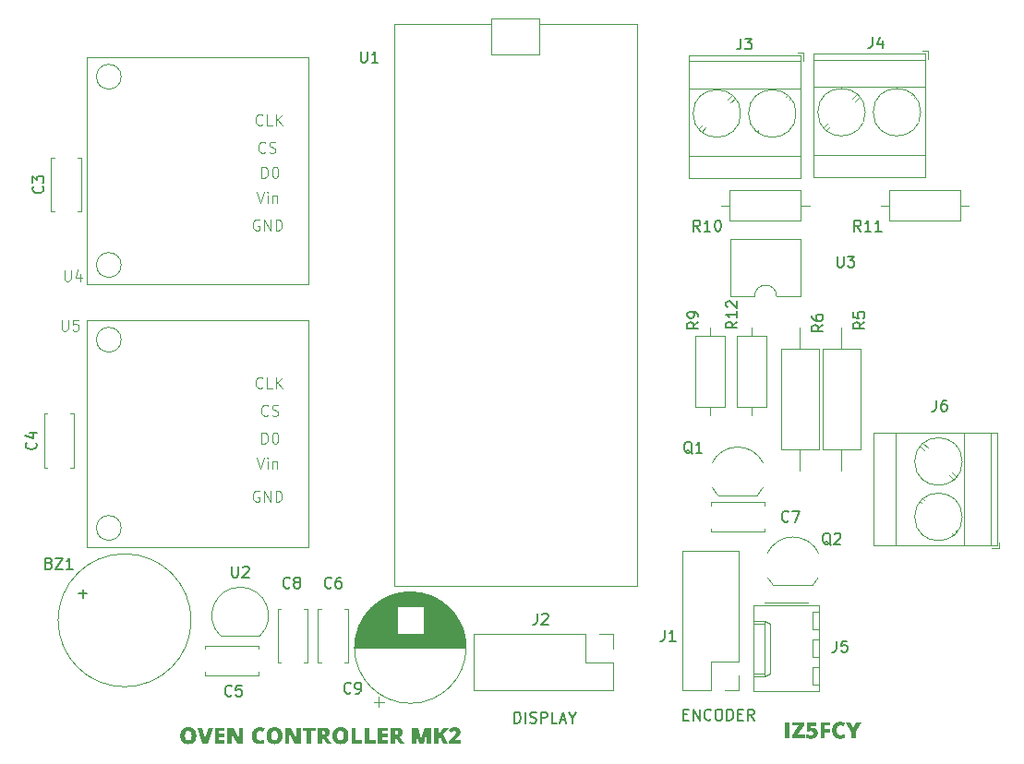
<source format=gbr>
%TF.GenerationSoftware,KiCad,Pcbnew,7.0.7*%
%TF.CreationDate,2023-11-28T10:50:11+01:00*%
%TF.ProjectId,THT_Oven,5448545f-4f76-4656-9e2e-6b696361645f,rev?*%
%TF.SameCoordinates,Original*%
%TF.FileFunction,Legend,Top*%
%TF.FilePolarity,Positive*%
%FSLAX46Y46*%
G04 Gerber Fmt 4.6, Leading zero omitted, Abs format (unit mm)*
G04 Created by KiCad (PCBNEW 7.0.7) date 2023-11-28 10:50:11*
%MOMM*%
%LPD*%
G01*
G04 APERTURE LIST*
%ADD10C,0.300000*%
%ADD11C,0.200000*%
%ADD12C,0.150000*%
%ADD13C,0.100000*%
%ADD14C,0.120000*%
G04 APERTURE END LIST*
D10*
G36*
X67764220Y-112021116D02*
G01*
X67786195Y-112021691D01*
X67807829Y-112022650D01*
X67829122Y-112023992D01*
X67850075Y-112025718D01*
X67870687Y-112027828D01*
X67890959Y-112030321D01*
X67910890Y-112033197D01*
X67930481Y-112036457D01*
X67949730Y-112040101D01*
X67968640Y-112044128D01*
X67987208Y-112048539D01*
X68005436Y-112053333D01*
X68023324Y-112058511D01*
X68040871Y-112064072D01*
X68058077Y-112070017D01*
X68074943Y-112076345D01*
X68091468Y-112083057D01*
X68107652Y-112090153D01*
X68123496Y-112097632D01*
X68138999Y-112105494D01*
X68154162Y-112113740D01*
X68168984Y-112122370D01*
X68183465Y-112131383D01*
X68197606Y-112140780D01*
X68211406Y-112150560D01*
X68224866Y-112160724D01*
X68237985Y-112171271D01*
X68250763Y-112182202D01*
X68263201Y-112193516D01*
X68275298Y-112205214D01*
X68287055Y-112217295D01*
X68298460Y-112229749D01*
X68309503Y-112242562D01*
X68320184Y-112255735D01*
X68330503Y-112269268D01*
X68340460Y-112283160D01*
X68350055Y-112297413D01*
X68359288Y-112312026D01*
X68368159Y-112326999D01*
X68376667Y-112342331D01*
X68384814Y-112358024D01*
X68392598Y-112374076D01*
X68400021Y-112390488D01*
X68407081Y-112407261D01*
X68413779Y-112424393D01*
X68420116Y-112441885D01*
X68426090Y-112459737D01*
X68431702Y-112477949D01*
X68436952Y-112496521D01*
X68441840Y-112515453D01*
X68446366Y-112534744D01*
X68450530Y-112554396D01*
X68454331Y-112574408D01*
X68457771Y-112594779D01*
X68460849Y-112615510D01*
X68463564Y-112636602D01*
X68465918Y-112658053D01*
X68467909Y-112679864D01*
X68469538Y-112702035D01*
X68470806Y-112724566D01*
X68471711Y-112747457D01*
X68472254Y-112770708D01*
X68472435Y-112794319D01*
X68472253Y-112817841D01*
X68471707Y-112841008D01*
X68470796Y-112863820D01*
X68469521Y-112886277D01*
X68467882Y-112908379D01*
X68465879Y-112930126D01*
X68463512Y-112951518D01*
X68460780Y-112972555D01*
X68457684Y-112993238D01*
X68454224Y-113013565D01*
X68450400Y-113033538D01*
X68446211Y-113053155D01*
X68441659Y-113072418D01*
X68436742Y-113091326D01*
X68431460Y-113109879D01*
X68425815Y-113128077D01*
X68419806Y-113145920D01*
X68413432Y-113163408D01*
X68406694Y-113180541D01*
X68399591Y-113197320D01*
X68392125Y-113213743D01*
X68384294Y-113229812D01*
X68376099Y-113245525D01*
X68367540Y-113260884D01*
X68358617Y-113275888D01*
X68349329Y-113290537D01*
X68339678Y-113304831D01*
X68329662Y-113318770D01*
X68319281Y-113332354D01*
X68308537Y-113345583D01*
X68297428Y-113358457D01*
X68285956Y-113370976D01*
X68274132Y-113383126D01*
X68261970Y-113394889D01*
X68249471Y-113406267D01*
X68236634Y-113417259D01*
X68223459Y-113427865D01*
X68209946Y-113438086D01*
X68196096Y-113447920D01*
X68181908Y-113457370D01*
X68167382Y-113466433D01*
X68152519Y-113475111D01*
X68137318Y-113483403D01*
X68121779Y-113491310D01*
X68105902Y-113498831D01*
X68089687Y-113505966D01*
X68073135Y-113512715D01*
X68056245Y-113519079D01*
X68039017Y-113525057D01*
X68021452Y-113530650D01*
X68003549Y-113535856D01*
X67985308Y-113540678D01*
X67966729Y-113545113D01*
X67947813Y-113549163D01*
X67928559Y-113552827D01*
X67908967Y-113556105D01*
X67889037Y-113558998D01*
X67868770Y-113561504D01*
X67848165Y-113563626D01*
X67827222Y-113565361D01*
X67805941Y-113566711D01*
X67784323Y-113567675D01*
X67762367Y-113568254D01*
X67740073Y-113568447D01*
X67718069Y-113568253D01*
X67696390Y-113567673D01*
X67675033Y-113566705D01*
X67654000Y-113565350D01*
X67633290Y-113563608D01*
X67612904Y-113561479D01*
X67592842Y-113558962D01*
X67573102Y-113556059D01*
X67553686Y-113552769D01*
X67534594Y-113549091D01*
X67515825Y-113545026D01*
X67497379Y-113540575D01*
X67479257Y-113535736D01*
X67461458Y-113530510D01*
X67443983Y-113524896D01*
X67426831Y-113518896D01*
X67410003Y-113512509D01*
X67393498Y-113505734D01*
X67377316Y-113498572D01*
X67361458Y-113491024D01*
X67345923Y-113483088D01*
X67330712Y-113474765D01*
X67315824Y-113466055D01*
X67301260Y-113456958D01*
X67287019Y-113447473D01*
X67273101Y-113437602D01*
X67259507Y-113427343D01*
X67246237Y-113416698D01*
X67233289Y-113405665D01*
X67220666Y-113394245D01*
X67208365Y-113382438D01*
X67196388Y-113370244D01*
X67184758Y-113357656D01*
X67173496Y-113344716D01*
X67162604Y-113331421D01*
X67152081Y-113317774D01*
X67141927Y-113303772D01*
X67132143Y-113289417D01*
X67122728Y-113274709D01*
X67113681Y-113259648D01*
X67105005Y-113244232D01*
X67096697Y-113228464D01*
X67088759Y-113212341D01*
X67081190Y-113195866D01*
X67073990Y-113179037D01*
X67067159Y-113161854D01*
X67060697Y-113144318D01*
X67054605Y-113126428D01*
X67048882Y-113108185D01*
X67043528Y-113089589D01*
X67038544Y-113070639D01*
X67033929Y-113051335D01*
X67029682Y-113031678D01*
X67025806Y-113011668D01*
X67022298Y-112991304D01*
X67019159Y-112970586D01*
X67016390Y-112949515D01*
X67013990Y-112928091D01*
X67011960Y-112906313D01*
X67010298Y-112884181D01*
X67009006Y-112861697D01*
X67008083Y-112838858D01*
X67007529Y-112815666D01*
X67007361Y-112794319D01*
X67435990Y-112794319D01*
X67436287Y-112821097D01*
X67437177Y-112847024D01*
X67438660Y-112872101D01*
X67440736Y-112896329D01*
X67443405Y-112919706D01*
X67446668Y-112942233D01*
X67450524Y-112963910D01*
X67454973Y-112984737D01*
X67460015Y-113004714D01*
X67465650Y-113023841D01*
X67471879Y-113042117D01*
X67478700Y-113059544D01*
X67486115Y-113076120D01*
X67494124Y-113091847D01*
X67502725Y-113106723D01*
X67511919Y-113120750D01*
X67521707Y-113133926D01*
X67532088Y-113146252D01*
X67543062Y-113157728D01*
X67554629Y-113168354D01*
X67566790Y-113178130D01*
X67579544Y-113187056D01*
X67592891Y-113195132D01*
X67606831Y-113202357D01*
X67621364Y-113208733D01*
X67636490Y-113214258D01*
X67652210Y-113218934D01*
X67668523Y-113222759D01*
X67685429Y-113225735D01*
X67702928Y-113227860D01*
X67721021Y-113229135D01*
X67739706Y-113229560D01*
X67758720Y-113229148D01*
X67777110Y-113227911D01*
X67794876Y-113225850D01*
X67812018Y-113222965D01*
X67828535Y-113219256D01*
X67844429Y-113214722D01*
X67859699Y-113209364D01*
X67874345Y-113203182D01*
X67888367Y-113196175D01*
X67901765Y-113188344D01*
X67914539Y-113179689D01*
X67926690Y-113170209D01*
X67938216Y-113159905D01*
X67949118Y-113148777D01*
X67959396Y-113136824D01*
X67969050Y-113124047D01*
X67978101Y-113110351D01*
X67986567Y-113095734D01*
X67994450Y-113080195D01*
X68001748Y-113063734D01*
X68008463Y-113046352D01*
X68014594Y-113028048D01*
X68020141Y-113008823D01*
X68025104Y-112988675D01*
X68029483Y-112967607D01*
X68033279Y-112945616D01*
X68036490Y-112922704D01*
X68039118Y-112898870D01*
X68041161Y-112874115D01*
X68042621Y-112848438D01*
X68043497Y-112821839D01*
X68043789Y-112794319D01*
X68043493Y-112766660D01*
X68042604Y-112739920D01*
X68041123Y-112714098D01*
X68039049Y-112689195D01*
X68036383Y-112665211D01*
X68033124Y-112642146D01*
X68029273Y-112620000D01*
X68024829Y-112598772D01*
X68019793Y-112578463D01*
X68014165Y-112559073D01*
X68007944Y-112540602D01*
X68001130Y-112523049D01*
X67993724Y-112506415D01*
X67985726Y-112490700D01*
X67977135Y-112475904D01*
X67967951Y-112462027D01*
X67958224Y-112449028D01*
X67947910Y-112436868D01*
X67937009Y-112425546D01*
X67925522Y-112415063D01*
X67913448Y-112405419D01*
X67900786Y-112396614D01*
X67887539Y-112388647D01*
X67873704Y-112381518D01*
X67859283Y-112375228D01*
X67844275Y-112369777D01*
X67828680Y-112365165D01*
X67812498Y-112361391D01*
X67795730Y-112358456D01*
X67778375Y-112356359D01*
X67760433Y-112355101D01*
X67741905Y-112354682D01*
X67723084Y-112355111D01*
X67704860Y-112356399D01*
X67687234Y-112358546D01*
X67670206Y-112361551D01*
X67653775Y-112365415D01*
X67637942Y-112370138D01*
X67622706Y-112375719D01*
X67608067Y-112382159D01*
X67594026Y-112389458D01*
X67580583Y-112397615D01*
X67567737Y-112406631D01*
X67555488Y-112416506D01*
X67543837Y-112427239D01*
X67532784Y-112438831D01*
X67522328Y-112451282D01*
X67512469Y-112464591D01*
X67503208Y-112478759D01*
X67494544Y-112493786D01*
X67486478Y-112509671D01*
X67479010Y-112526415D01*
X67472138Y-112544018D01*
X67465865Y-112562479D01*
X67460189Y-112581799D01*
X67455110Y-112601978D01*
X67450629Y-112623015D01*
X67446745Y-112644911D01*
X67443459Y-112667666D01*
X67440770Y-112691279D01*
X67438679Y-112715751D01*
X67437185Y-112741082D01*
X67436289Y-112767271D01*
X67435990Y-112794319D01*
X67007361Y-112794319D01*
X67007344Y-112792121D01*
X67007528Y-112768847D01*
X67008078Y-112745919D01*
X67008996Y-112723337D01*
X67010281Y-112701102D01*
X67011933Y-112679213D01*
X67013952Y-112657671D01*
X67016338Y-112636475D01*
X67019091Y-112615625D01*
X67022211Y-112595121D01*
X67025698Y-112574964D01*
X67029553Y-112555153D01*
X67033774Y-112535689D01*
X67038362Y-112516571D01*
X67043318Y-112497799D01*
X67048641Y-112479373D01*
X67054330Y-112461294D01*
X67060387Y-112443561D01*
X67066811Y-112426175D01*
X67073602Y-112409134D01*
X67080760Y-112392440D01*
X67088285Y-112376093D01*
X67096178Y-112360092D01*
X67104437Y-112344437D01*
X67113063Y-112329128D01*
X67122057Y-112314166D01*
X67131417Y-112299550D01*
X67141145Y-112285280D01*
X67151240Y-112271357D01*
X67161701Y-112257780D01*
X67172530Y-112244549D01*
X67183726Y-112231665D01*
X67195289Y-112219127D01*
X67207202Y-112206933D01*
X67219449Y-112195126D01*
X67232029Y-112183706D01*
X67244943Y-112172673D01*
X67258190Y-112162028D01*
X67271771Y-112151769D01*
X67285684Y-112141898D01*
X67299932Y-112132413D01*
X67314513Y-112123316D01*
X67329427Y-112114606D01*
X67344675Y-112106283D01*
X67360256Y-112098347D01*
X67376171Y-112090798D01*
X67392419Y-112083637D01*
X67409000Y-112076862D01*
X67425915Y-112070475D01*
X67443164Y-112064475D01*
X67460746Y-112058861D01*
X67478661Y-112053635D01*
X67496910Y-112048796D01*
X67515492Y-112044345D01*
X67534408Y-112040280D01*
X67553657Y-112036602D01*
X67573240Y-112033312D01*
X67593156Y-112030408D01*
X67613405Y-112027892D01*
X67633988Y-112025763D01*
X67654905Y-112024021D01*
X67676154Y-112022666D01*
X67697738Y-112021698D01*
X67719654Y-112021118D01*
X67741905Y-112020924D01*
X67764220Y-112021116D01*
G37*
G36*
X69571894Y-112044371D02*
G01*
X70027651Y-112044371D01*
X69533792Y-113545000D01*
X69054954Y-113545000D01*
X68563293Y-112044371D01*
X69020882Y-112044371D01*
X69226046Y-112804944D01*
X69229974Y-112820639D01*
X69233790Y-112836033D01*
X69237493Y-112851127D01*
X69241084Y-112865920D01*
X69244563Y-112880413D01*
X69251183Y-112908497D01*
X69257354Y-112935379D01*
X69263076Y-112961059D01*
X69268348Y-112985537D01*
X69273171Y-113008813D01*
X69277544Y-113030886D01*
X69281469Y-113051757D01*
X69284943Y-113071426D01*
X69287969Y-113089894D01*
X69290545Y-113107158D01*
X69292671Y-113123221D01*
X69294349Y-113138082D01*
X69296022Y-113158119D01*
X69298077Y-113139606D01*
X69299911Y-113124985D01*
X69301997Y-113109733D01*
X69304333Y-113093850D01*
X69306921Y-113077336D01*
X69309760Y-113060190D01*
X69312850Y-113042414D01*
X69316192Y-113024006D01*
X69319784Y-113004967D01*
X69323628Y-112985297D01*
X69324965Y-112978600D01*
X69328972Y-112958745D01*
X69332890Y-112939707D01*
X69336718Y-112921487D01*
X69340455Y-112904085D01*
X69344102Y-112887501D01*
X69347659Y-112871735D01*
X69351126Y-112856787D01*
X69355608Y-112838128D01*
X69359930Y-112820923D01*
X69363066Y-112808974D01*
X69571894Y-112044371D01*
G37*
G36*
X71067027Y-113545000D02*
G01*
X70172365Y-113545000D01*
X70172365Y-112044371D01*
X71067027Y-112044371D01*
X71067027Y-112371168D01*
X70579396Y-112371168D01*
X70579396Y-112607107D01*
X71030757Y-112607107D01*
X71030757Y-112933904D01*
X70579396Y-112933904D01*
X70579396Y-113213073D01*
X71067027Y-113213073D01*
X71067027Y-113545000D01*
G37*
G36*
X72758531Y-113545000D02*
G01*
X72225104Y-113545000D01*
X71674825Y-112487672D01*
X71665300Y-112487672D01*
X71666517Y-112503150D01*
X71667695Y-112518398D01*
X71668835Y-112533416D01*
X71669936Y-112548202D01*
X71672023Y-112577085D01*
X71673955Y-112605046D01*
X71675732Y-112632086D01*
X71677355Y-112658203D01*
X71678824Y-112683399D01*
X71680137Y-112707674D01*
X71681297Y-112731027D01*
X71682301Y-112753458D01*
X71683151Y-112774968D01*
X71683847Y-112795556D01*
X71684388Y-112815222D01*
X71684774Y-112833967D01*
X71685006Y-112851790D01*
X71685083Y-112868691D01*
X71685083Y-113545000D01*
X71324214Y-113545000D01*
X71324214Y-112044371D01*
X71856175Y-112044371D01*
X72404256Y-113087044D01*
X72410484Y-113087044D01*
X72408710Y-113059046D01*
X72407050Y-113031746D01*
X72405504Y-113005145D01*
X72404073Y-112979241D01*
X72402757Y-112954037D01*
X72401554Y-112929530D01*
X72400467Y-112905722D01*
X72399494Y-112882613D01*
X72398635Y-112860202D01*
X72397891Y-112838489D01*
X72397261Y-112817474D01*
X72396746Y-112797158D01*
X72396345Y-112777541D01*
X72396059Y-112758621D01*
X72395887Y-112740401D01*
X72395830Y-112722878D01*
X72395830Y-112044371D01*
X72758531Y-112044371D01*
X72758531Y-113545000D01*
G37*
G36*
X74291399Y-112354682D02*
G01*
X74273511Y-112355147D01*
X74256119Y-112356542D01*
X74239222Y-112358868D01*
X74222820Y-112362124D01*
X74206913Y-112366310D01*
X74191501Y-112371426D01*
X74176585Y-112377472D01*
X74162164Y-112384449D01*
X74148238Y-112392356D01*
X74134807Y-112401193D01*
X74121871Y-112410960D01*
X74109430Y-112421658D01*
X74097485Y-112433286D01*
X74086034Y-112445844D01*
X74075079Y-112459332D01*
X74064619Y-112473750D01*
X74054770Y-112488940D01*
X74045557Y-112504834D01*
X74036979Y-112521432D01*
X74029036Y-112538734D01*
X74021729Y-112556740D01*
X74015057Y-112575451D01*
X74009021Y-112594865D01*
X74003620Y-112614984D01*
X73998854Y-112635806D01*
X73994724Y-112657333D01*
X73991229Y-112679564D01*
X73988370Y-112702499D01*
X73986146Y-112726138D01*
X73984557Y-112750481D01*
X73983604Y-112775529D01*
X73983286Y-112801280D01*
X73983609Y-112828012D01*
X73984579Y-112853896D01*
X73986194Y-112878931D01*
X73988455Y-112903118D01*
X73991363Y-112926456D01*
X73994917Y-112948945D01*
X73999117Y-112970585D01*
X74003963Y-112991377D01*
X74009455Y-113011321D01*
X74015594Y-113030415D01*
X74022378Y-113048661D01*
X74029809Y-113066058D01*
X74037886Y-113082607D01*
X74046609Y-113098307D01*
X74055978Y-113113158D01*
X74065993Y-113127161D01*
X74076654Y-113140315D01*
X74087962Y-113152621D01*
X74099916Y-113164077D01*
X74112516Y-113174685D01*
X74125762Y-113184445D01*
X74139654Y-113193356D01*
X74154192Y-113201418D01*
X74169376Y-113208631D01*
X74185207Y-113214996D01*
X74201684Y-113220512D01*
X74218807Y-113225180D01*
X74236576Y-113228999D01*
X74254991Y-113231969D01*
X74274052Y-113234091D01*
X74293760Y-113235364D01*
X74314113Y-113235788D01*
X74332812Y-113235543D01*
X74351401Y-113234809D01*
X74369880Y-113233586D01*
X74388250Y-113231873D01*
X74406511Y-113229670D01*
X74424662Y-113226978D01*
X74442704Y-113223797D01*
X74460636Y-113220126D01*
X74478459Y-113215966D01*
X74496172Y-113211316D01*
X74507920Y-113207944D01*
X74525515Y-113202624D01*
X74543130Y-113197104D01*
X74560763Y-113191384D01*
X74578416Y-113185464D01*
X74596089Y-113179345D01*
X74613781Y-113173027D01*
X74631492Y-113166508D01*
X74649222Y-113159790D01*
X74666972Y-113152873D01*
X74684741Y-113145755D01*
X74696598Y-113140900D01*
X74696598Y-113484916D01*
X74672821Y-113495031D01*
X74648661Y-113504493D01*
X74624118Y-113513303D01*
X74599190Y-113521461D01*
X74573880Y-113528965D01*
X74548186Y-113535817D01*
X74522108Y-113542017D01*
X74495647Y-113547564D01*
X74468802Y-113552458D01*
X74441574Y-113556700D01*
X74413962Y-113560289D01*
X74385966Y-113563226D01*
X74357588Y-113565510D01*
X74328825Y-113567142D01*
X74299679Y-113568121D01*
X74284962Y-113568365D01*
X74270150Y-113568447D01*
X74248987Y-113568254D01*
X74228135Y-113567675D01*
X74207594Y-113566711D01*
X74187363Y-113565361D01*
X74167442Y-113563626D01*
X74147833Y-113561504D01*
X74128533Y-113558998D01*
X74109545Y-113556105D01*
X74090866Y-113552827D01*
X74072499Y-113549163D01*
X74054442Y-113545113D01*
X74036695Y-113540678D01*
X74019259Y-113535856D01*
X74002134Y-113530650D01*
X73985319Y-113525057D01*
X73968815Y-113519079D01*
X73952621Y-113512715D01*
X73936738Y-113505966D01*
X73921165Y-113498831D01*
X73905903Y-113491310D01*
X73890952Y-113483403D01*
X73876311Y-113475111D01*
X73861980Y-113466433D01*
X73847961Y-113457370D01*
X73834251Y-113447920D01*
X73820852Y-113438086D01*
X73807764Y-113427865D01*
X73794987Y-113417259D01*
X73782519Y-113406267D01*
X73770363Y-113394889D01*
X73758517Y-113383126D01*
X73746981Y-113370976D01*
X73735802Y-113358440D01*
X73724977Y-113345560D01*
X73714507Y-113332336D01*
X73704392Y-113318770D01*
X73694631Y-113304859D01*
X73685226Y-113290605D01*
X73676176Y-113276008D01*
X73667480Y-113261067D01*
X73659140Y-113245783D01*
X73651154Y-113230155D01*
X73643524Y-113214184D01*
X73636248Y-113197869D01*
X73629327Y-113181211D01*
X73622761Y-113164210D01*
X73616550Y-113146865D01*
X73610694Y-113129176D01*
X73605193Y-113111144D01*
X73600046Y-113092769D01*
X73595255Y-113074050D01*
X73590819Y-113054987D01*
X73586737Y-113035581D01*
X73583010Y-113015832D01*
X73579639Y-112995739D01*
X73576622Y-112975303D01*
X73573960Y-112954523D01*
X73571653Y-112933400D01*
X73569701Y-112911933D01*
X73568104Y-112890123D01*
X73566862Y-112867970D01*
X73565975Y-112845473D01*
X73565442Y-112822632D01*
X73565265Y-112799448D01*
X73565608Y-112770452D01*
X73566639Y-112741900D01*
X73568356Y-112713792D01*
X73570760Y-112686127D01*
X73573851Y-112658906D01*
X73577629Y-112632129D01*
X73582095Y-112605795D01*
X73587247Y-112579904D01*
X73593085Y-112554458D01*
X73599611Y-112529455D01*
X73606824Y-112504896D01*
X73614724Y-112480780D01*
X73623311Y-112457108D01*
X73632584Y-112433880D01*
X73642545Y-112411095D01*
X73653192Y-112388754D01*
X73664529Y-112366909D01*
X73676468Y-112345706D01*
X73689007Y-112325144D01*
X73702148Y-112305223D01*
X73715889Y-112285943D01*
X73730232Y-112267304D01*
X73745175Y-112249306D01*
X73760720Y-112231950D01*
X73776866Y-112215235D01*
X73793613Y-112199160D01*
X73810961Y-112183727D01*
X73828910Y-112168935D01*
X73847460Y-112154784D01*
X73866611Y-112141275D01*
X73886363Y-112128406D01*
X73906716Y-112116179D01*
X73927642Y-112104644D01*
X73949020Y-112093854D01*
X73970850Y-112083807D01*
X73993132Y-112074505D01*
X74015867Y-112065947D01*
X74039054Y-112058133D01*
X74062693Y-112051063D01*
X74086784Y-112044738D01*
X74111328Y-112039156D01*
X74136324Y-112034319D01*
X74161772Y-112030226D01*
X74187672Y-112026878D01*
X74214024Y-112024273D01*
X74240829Y-112022412D01*
X74268086Y-112021296D01*
X74295795Y-112020924D01*
X74311046Y-112021028D01*
X74326255Y-112021339D01*
X74341420Y-112021858D01*
X74356543Y-112022584D01*
X74371622Y-112023518D01*
X74386659Y-112024659D01*
X74401653Y-112026008D01*
X74416604Y-112027564D01*
X74431512Y-112029328D01*
X74446376Y-112031300D01*
X74461198Y-112033479D01*
X74475978Y-112035865D01*
X74490714Y-112038459D01*
X74505407Y-112041260D01*
X74520057Y-112044269D01*
X74534665Y-112047486D01*
X74549229Y-112050909D01*
X74563750Y-112054541D01*
X74578229Y-112058380D01*
X74592665Y-112062426D01*
X74607057Y-112066680D01*
X74621407Y-112071142D01*
X74635714Y-112075811D01*
X74649978Y-112080687D01*
X74664199Y-112085771D01*
X74678377Y-112091063D01*
X74692512Y-112096562D01*
X74706604Y-112102268D01*
X74720653Y-112108183D01*
X74734659Y-112114304D01*
X74748623Y-112120633D01*
X74762543Y-112127170D01*
X74637979Y-112447372D01*
X74622317Y-112440197D01*
X74606655Y-112433234D01*
X74590993Y-112426484D01*
X74575331Y-112419946D01*
X74559669Y-112413621D01*
X74544007Y-112407509D01*
X74528345Y-112401608D01*
X74512683Y-112395921D01*
X74497021Y-112390446D01*
X74481359Y-112385183D01*
X74470917Y-112381793D01*
X74455146Y-112376948D01*
X74439155Y-112372579D01*
X74422946Y-112368688D01*
X74406517Y-112365272D01*
X74389870Y-112362333D01*
X74373003Y-112359871D01*
X74355918Y-112357886D01*
X74338614Y-112356376D01*
X74321091Y-112355344D01*
X74303348Y-112354788D01*
X74291399Y-112354682D01*
G37*
G36*
X75663034Y-112021116D02*
G01*
X75685008Y-112021691D01*
X75706642Y-112022650D01*
X75727936Y-112023992D01*
X75748889Y-112025718D01*
X75769501Y-112027828D01*
X75789773Y-112030321D01*
X75809704Y-112033197D01*
X75829294Y-112036457D01*
X75848544Y-112040101D01*
X75867453Y-112044128D01*
X75886022Y-112048539D01*
X75904250Y-112053333D01*
X75922138Y-112058511D01*
X75939684Y-112064072D01*
X75956891Y-112070017D01*
X75973756Y-112076345D01*
X75990281Y-112083057D01*
X76006466Y-112090153D01*
X76022310Y-112097632D01*
X76037813Y-112105494D01*
X76052975Y-112113740D01*
X76067797Y-112122370D01*
X76082279Y-112131383D01*
X76096420Y-112140780D01*
X76110220Y-112150560D01*
X76123679Y-112160724D01*
X76136798Y-112171271D01*
X76149577Y-112182202D01*
X76162015Y-112193516D01*
X76174112Y-112205214D01*
X76185868Y-112217295D01*
X76197274Y-112229749D01*
X76208317Y-112242562D01*
X76218998Y-112255735D01*
X76229317Y-112269268D01*
X76239274Y-112283160D01*
X76248869Y-112297413D01*
X76258101Y-112312026D01*
X76266972Y-112326999D01*
X76275481Y-112342331D01*
X76283627Y-112358024D01*
X76291412Y-112374076D01*
X76298834Y-112390488D01*
X76305895Y-112407261D01*
X76312593Y-112424393D01*
X76318929Y-112441885D01*
X76324904Y-112459737D01*
X76330516Y-112477949D01*
X76335766Y-112496521D01*
X76340654Y-112515453D01*
X76345180Y-112534744D01*
X76349343Y-112554396D01*
X76353145Y-112574408D01*
X76356585Y-112594779D01*
X76359662Y-112615510D01*
X76362378Y-112636602D01*
X76364731Y-112658053D01*
X76366723Y-112679864D01*
X76368352Y-112702035D01*
X76369619Y-112724566D01*
X76370524Y-112747457D01*
X76371068Y-112770708D01*
X76371249Y-112794319D01*
X76371067Y-112817841D01*
X76370520Y-112841008D01*
X76369610Y-112863820D01*
X76368335Y-112886277D01*
X76366696Y-112908379D01*
X76364693Y-112930126D01*
X76362325Y-112951518D01*
X76359594Y-112972555D01*
X76356498Y-112993238D01*
X76353038Y-113013565D01*
X76349213Y-113033538D01*
X76345025Y-113053155D01*
X76340472Y-113072418D01*
X76335555Y-113091326D01*
X76330274Y-113109879D01*
X76324629Y-113128077D01*
X76318619Y-113145920D01*
X76312245Y-113163408D01*
X76305507Y-113180541D01*
X76298405Y-113197320D01*
X76290939Y-113213743D01*
X76283108Y-113229812D01*
X76274913Y-113245525D01*
X76266354Y-113260884D01*
X76257431Y-113275888D01*
X76248143Y-113290537D01*
X76238491Y-113304831D01*
X76228475Y-113318770D01*
X76218095Y-113332354D01*
X76207351Y-113345583D01*
X76196242Y-113358457D01*
X76184769Y-113370976D01*
X76172945Y-113383126D01*
X76160784Y-113394889D01*
X76148284Y-113406267D01*
X76135447Y-113417259D01*
X76122273Y-113427865D01*
X76108760Y-113438086D01*
X76094910Y-113447920D01*
X76080722Y-113457370D01*
X76066196Y-113466433D01*
X76051332Y-113475111D01*
X76036131Y-113483403D01*
X76020592Y-113491310D01*
X76004715Y-113498831D01*
X75988501Y-113505966D01*
X75971949Y-113512715D01*
X75955059Y-113519079D01*
X75937831Y-113525057D01*
X75920266Y-113530650D01*
X75902362Y-113535856D01*
X75884122Y-113540678D01*
X75865543Y-113545113D01*
X75846626Y-113549163D01*
X75827372Y-113552827D01*
X75807780Y-113556105D01*
X75787851Y-113558998D01*
X75767583Y-113561504D01*
X75746978Y-113563626D01*
X75726035Y-113565361D01*
X75704755Y-113566711D01*
X75683136Y-113567675D01*
X75661180Y-113568254D01*
X75638886Y-113568447D01*
X75616883Y-113568253D01*
X75595203Y-113567673D01*
X75573847Y-113566705D01*
X75552814Y-113565350D01*
X75532104Y-113563608D01*
X75511718Y-113561479D01*
X75491655Y-113558962D01*
X75471916Y-113556059D01*
X75452500Y-113552769D01*
X75433408Y-113549091D01*
X75414639Y-113545026D01*
X75396193Y-113540575D01*
X75378071Y-113535736D01*
X75360272Y-113530510D01*
X75342797Y-113524896D01*
X75325645Y-113518896D01*
X75308817Y-113512509D01*
X75292312Y-113505734D01*
X75276130Y-113498572D01*
X75260272Y-113491024D01*
X75244737Y-113483088D01*
X75229526Y-113474765D01*
X75214638Y-113466055D01*
X75200074Y-113456958D01*
X75185833Y-113447473D01*
X75171915Y-113437602D01*
X75158321Y-113427343D01*
X75145050Y-113416698D01*
X75132103Y-113405665D01*
X75119479Y-113394245D01*
X75107179Y-113382438D01*
X75095202Y-113370244D01*
X75083571Y-113357656D01*
X75072310Y-113344716D01*
X75061418Y-113331421D01*
X75050895Y-113317774D01*
X75040741Y-113303772D01*
X75030956Y-113289417D01*
X75021541Y-113274709D01*
X75012495Y-113259648D01*
X75003818Y-113244232D01*
X74995511Y-113228464D01*
X74987572Y-113212341D01*
X74980003Y-113195866D01*
X74972803Y-113179037D01*
X74965973Y-113161854D01*
X74959511Y-113144318D01*
X74953419Y-113126428D01*
X74947696Y-113108185D01*
X74942342Y-113089589D01*
X74937358Y-113070639D01*
X74932742Y-113051335D01*
X74928496Y-113031678D01*
X74924619Y-113011668D01*
X74921112Y-112991304D01*
X74917973Y-112970586D01*
X74915204Y-112949515D01*
X74912804Y-112928091D01*
X74910773Y-112906313D01*
X74909112Y-112884181D01*
X74907819Y-112861697D01*
X74906896Y-112838858D01*
X74906343Y-112815666D01*
X74906175Y-112794319D01*
X75334804Y-112794319D01*
X75335101Y-112821097D01*
X75335990Y-112847024D01*
X75337473Y-112872101D01*
X75339550Y-112896329D01*
X75342219Y-112919706D01*
X75345482Y-112942233D01*
X75349337Y-112963910D01*
X75353786Y-112984737D01*
X75358829Y-113004714D01*
X75364464Y-113023841D01*
X75370692Y-113042117D01*
X75377514Y-113059544D01*
X75384929Y-113076120D01*
X75392937Y-113091847D01*
X75401539Y-113106723D01*
X75410733Y-113120750D01*
X75420521Y-113133926D01*
X75430902Y-113146252D01*
X75441876Y-113157728D01*
X75453443Y-113168354D01*
X75465604Y-113178130D01*
X75478357Y-113187056D01*
X75491704Y-113195132D01*
X75505644Y-113202357D01*
X75520178Y-113208733D01*
X75535304Y-113214258D01*
X75551024Y-113218934D01*
X75567337Y-113222759D01*
X75584243Y-113225735D01*
X75601742Y-113227860D01*
X75619834Y-113229135D01*
X75638520Y-113229560D01*
X75657534Y-113229148D01*
X75675924Y-113227911D01*
X75693689Y-113225850D01*
X75710831Y-113222965D01*
X75727349Y-113219256D01*
X75743243Y-113214722D01*
X75758513Y-113209364D01*
X75773159Y-113203182D01*
X75787181Y-113196175D01*
X75800579Y-113188344D01*
X75813353Y-113179689D01*
X75825503Y-113170209D01*
X75837029Y-113159905D01*
X75847932Y-113148777D01*
X75858210Y-113136824D01*
X75867864Y-113124047D01*
X75876914Y-113110351D01*
X75885381Y-113095734D01*
X75893263Y-113080195D01*
X75900562Y-113063734D01*
X75907277Y-113046352D01*
X75913408Y-113028048D01*
X75918955Y-113008823D01*
X75923918Y-112988675D01*
X75928297Y-112967607D01*
X75932092Y-112945616D01*
X75935304Y-112922704D01*
X75937931Y-112898870D01*
X75939975Y-112874115D01*
X75941435Y-112848438D01*
X75942310Y-112821839D01*
X75942602Y-112794319D01*
X75942306Y-112766660D01*
X75941417Y-112739920D01*
X75939936Y-112714098D01*
X75937863Y-112689195D01*
X75935196Y-112665211D01*
X75931938Y-112642146D01*
X75928087Y-112620000D01*
X75923643Y-112598772D01*
X75918607Y-112578463D01*
X75912978Y-112559073D01*
X75906757Y-112540602D01*
X75899944Y-112523049D01*
X75892538Y-112506415D01*
X75884539Y-112490700D01*
X75875948Y-112475904D01*
X75866765Y-112462027D01*
X75857038Y-112449028D01*
X75846724Y-112436868D01*
X75835823Y-112425546D01*
X75824335Y-112415063D01*
X75812261Y-112405419D01*
X75799600Y-112396614D01*
X75786352Y-112388647D01*
X75772518Y-112381518D01*
X75758097Y-112375228D01*
X75743088Y-112369777D01*
X75727494Y-112365165D01*
X75711312Y-112361391D01*
X75694544Y-112358456D01*
X75677189Y-112356359D01*
X75659247Y-112355101D01*
X75640718Y-112354682D01*
X75621897Y-112355111D01*
X75603674Y-112356399D01*
X75586048Y-112358546D01*
X75569020Y-112361551D01*
X75552589Y-112365415D01*
X75536755Y-112370138D01*
X75521519Y-112375719D01*
X75506881Y-112382159D01*
X75492840Y-112389458D01*
X75479396Y-112397615D01*
X75466550Y-112406631D01*
X75454302Y-112416506D01*
X75442651Y-112427239D01*
X75431597Y-112438831D01*
X75421141Y-112451282D01*
X75411283Y-112464591D01*
X75402022Y-112478759D01*
X75393358Y-112493786D01*
X75385292Y-112509671D01*
X75377823Y-112526415D01*
X75370952Y-112544018D01*
X75364679Y-112562479D01*
X75359002Y-112581799D01*
X75353924Y-112601978D01*
X75349443Y-112623015D01*
X75345559Y-112644911D01*
X75342273Y-112667666D01*
X75339584Y-112691279D01*
X75337493Y-112715751D01*
X75335999Y-112741082D01*
X75335103Y-112767271D01*
X75334804Y-112794319D01*
X74906175Y-112794319D01*
X74906158Y-112792121D01*
X74906341Y-112768847D01*
X74906892Y-112745919D01*
X74907810Y-112723337D01*
X74909095Y-112701102D01*
X74910746Y-112679213D01*
X74912765Y-112657671D01*
X74915151Y-112636475D01*
X74917904Y-112615625D01*
X74921025Y-112595121D01*
X74924512Y-112574964D01*
X74928366Y-112555153D01*
X74932588Y-112535689D01*
X74937176Y-112516571D01*
X74942132Y-112497799D01*
X74947454Y-112479373D01*
X74953144Y-112461294D01*
X74959201Y-112443561D01*
X74965625Y-112426175D01*
X74972416Y-112409134D01*
X74979574Y-112392440D01*
X74987099Y-112376093D01*
X74994991Y-112360092D01*
X75003251Y-112344437D01*
X75011877Y-112329128D01*
X75020870Y-112314166D01*
X75030231Y-112299550D01*
X75039959Y-112285280D01*
X75050053Y-112271357D01*
X75060515Y-112257780D01*
X75071344Y-112244549D01*
X75082540Y-112231665D01*
X75094103Y-112219127D01*
X75106016Y-112206933D01*
X75118263Y-112195126D01*
X75130843Y-112183706D01*
X75143757Y-112172673D01*
X75157004Y-112162028D01*
X75170584Y-112151769D01*
X75184498Y-112141898D01*
X75198746Y-112132413D01*
X75213326Y-112123316D01*
X75228241Y-112114606D01*
X75243489Y-112106283D01*
X75259070Y-112098347D01*
X75274984Y-112090798D01*
X75291233Y-112083637D01*
X75307814Y-112076862D01*
X75324729Y-112070475D01*
X75341978Y-112064475D01*
X75359559Y-112058861D01*
X75377475Y-112053635D01*
X75395724Y-112048796D01*
X75414306Y-112044345D01*
X75433222Y-112040280D01*
X75452471Y-112036602D01*
X75472053Y-112033312D01*
X75491969Y-112030408D01*
X75512219Y-112027892D01*
X75532802Y-112025763D01*
X75553718Y-112024021D01*
X75574968Y-112022666D01*
X75596551Y-112021698D01*
X75618468Y-112021118D01*
X75640718Y-112020924D01*
X75663034Y-112021116D01*
G37*
G36*
X78047365Y-113545000D02*
G01*
X77513939Y-113545000D01*
X76963660Y-112487672D01*
X76954134Y-112487672D01*
X76955351Y-112503150D01*
X76956530Y-112518398D01*
X76957670Y-112533416D01*
X76958771Y-112548202D01*
X76960858Y-112577085D01*
X76962790Y-112605046D01*
X76964567Y-112632086D01*
X76966190Y-112658203D01*
X76967658Y-112683399D01*
X76968972Y-112707674D01*
X76970131Y-112731027D01*
X76971136Y-112753458D01*
X76971986Y-112774968D01*
X76972681Y-112795556D01*
X76973222Y-112815222D01*
X76973609Y-112833967D01*
X76973841Y-112851790D01*
X76973918Y-112868691D01*
X76973918Y-113545000D01*
X76613049Y-113545000D01*
X76613049Y-112044371D01*
X77145010Y-112044371D01*
X77693091Y-113087044D01*
X77699319Y-113087044D01*
X77697545Y-113059046D01*
X77695884Y-113031746D01*
X77694339Y-113005145D01*
X77692908Y-112979241D01*
X77691591Y-112954037D01*
X77690389Y-112929530D01*
X77689301Y-112905722D01*
X77688328Y-112882613D01*
X77687470Y-112860202D01*
X77686725Y-112838489D01*
X77686096Y-112817474D01*
X77685580Y-112797158D01*
X77685180Y-112777541D01*
X77684894Y-112758621D01*
X77684722Y-112740401D01*
X77684665Y-112722878D01*
X77684665Y-112044371D01*
X78047365Y-112044371D01*
X78047365Y-113545000D01*
G37*
G36*
X79028855Y-113545000D02*
G01*
X78622191Y-113545000D01*
X78622191Y-112377030D01*
X78253995Y-112377030D01*
X78253995Y-112044371D01*
X79395952Y-112044371D01*
X79395952Y-112377030D01*
X79028855Y-112377030D01*
X79028855Y-113545000D01*
G37*
G36*
X80135339Y-112044808D02*
G01*
X80171939Y-112046116D01*
X80207338Y-112048297D01*
X80241538Y-112051350D01*
X80274538Y-112055275D01*
X80306337Y-112060072D01*
X80336937Y-112065742D01*
X80366337Y-112072284D01*
X80394536Y-112079698D01*
X80421536Y-112087985D01*
X80447336Y-112097143D01*
X80471935Y-112107174D01*
X80495335Y-112118078D01*
X80517535Y-112129853D01*
X80538535Y-112142501D01*
X80558334Y-112156021D01*
X80576934Y-112170413D01*
X80594334Y-112185678D01*
X80610534Y-112201815D01*
X80625534Y-112218824D01*
X80639333Y-112236705D01*
X80651933Y-112255459D01*
X80663333Y-112275085D01*
X80673533Y-112295583D01*
X80682533Y-112316953D01*
X80690333Y-112339196D01*
X80696933Y-112362311D01*
X80702333Y-112386298D01*
X80706533Y-112411158D01*
X80709533Y-112436889D01*
X80711333Y-112463493D01*
X80711933Y-112490969D01*
X80711683Y-112507271D01*
X80710934Y-112523340D01*
X80709685Y-112539176D01*
X80707937Y-112554780D01*
X80705689Y-112570151D01*
X80702942Y-112585290D01*
X80699696Y-112600196D01*
X80695950Y-112614869D01*
X80691704Y-112629310D01*
X80686960Y-112643519D01*
X80681715Y-112657495D01*
X80675972Y-112671238D01*
X80669728Y-112684749D01*
X80662986Y-112698027D01*
X80655744Y-112711072D01*
X80648002Y-112723886D01*
X80639761Y-112736466D01*
X80631020Y-112748814D01*
X80621780Y-112760930D01*
X80612041Y-112772812D01*
X80601802Y-112784463D01*
X80591064Y-112795880D01*
X80579826Y-112807066D01*
X80568089Y-112818018D01*
X80555852Y-112828738D01*
X80543116Y-112839226D01*
X80529880Y-112849481D01*
X80516145Y-112859503D01*
X80501911Y-112869293D01*
X80487177Y-112878851D01*
X80471943Y-112888175D01*
X80456210Y-112897267D01*
X80895115Y-113545000D01*
X80433496Y-113545000D01*
X80114026Y-113005711D01*
X80011078Y-113005711D01*
X80011078Y-113545000D01*
X79604047Y-113545000D01*
X79604047Y-112352484D01*
X80011078Y-112352484D01*
X80011078Y-112699797D01*
X80087281Y-112699797D01*
X80113146Y-112699054D01*
X80137342Y-112696826D01*
X80159869Y-112693112D01*
X80180727Y-112687913D01*
X80199917Y-112681228D01*
X80217438Y-112673058D01*
X80233290Y-112663403D01*
X80247474Y-112652261D01*
X80259989Y-112639635D01*
X80270836Y-112625522D01*
X80280013Y-112609925D01*
X80287522Y-112592842D01*
X80293363Y-112574273D01*
X80297534Y-112554219D01*
X80300037Y-112532679D01*
X80300872Y-112509654D01*
X80300055Y-112490622D01*
X80297603Y-112472817D01*
X80293517Y-112456241D01*
X80287797Y-112440892D01*
X80280443Y-112426771D01*
X80271454Y-112413878D01*
X80260831Y-112402213D01*
X80248573Y-112391776D01*
X80234682Y-112382567D01*
X80219155Y-112374586D01*
X80201995Y-112367832D01*
X80183200Y-112362307D01*
X80162771Y-112358009D01*
X80140708Y-112354940D01*
X80117010Y-112353098D01*
X80091678Y-112352484D01*
X80011078Y-112352484D01*
X79604047Y-112352484D01*
X79604047Y-112044371D01*
X80097540Y-112044371D01*
X80135339Y-112044808D01*
G37*
G36*
X81725630Y-112021116D02*
G01*
X81747604Y-112021691D01*
X81769238Y-112022650D01*
X81790532Y-112023992D01*
X81811485Y-112025718D01*
X81832097Y-112027828D01*
X81852369Y-112030321D01*
X81872300Y-112033197D01*
X81891890Y-112036457D01*
X81911140Y-112040101D01*
X81930049Y-112044128D01*
X81948618Y-112048539D01*
X81966846Y-112053333D01*
X81984734Y-112058511D01*
X82002280Y-112064072D01*
X82019487Y-112070017D01*
X82036352Y-112076345D01*
X82052877Y-112083057D01*
X82069062Y-112090153D01*
X82084906Y-112097632D01*
X82100409Y-112105494D01*
X82115571Y-112113740D01*
X82130393Y-112122370D01*
X82144875Y-112131383D01*
X82159016Y-112140780D01*
X82172816Y-112150560D01*
X82186275Y-112160724D01*
X82199394Y-112171271D01*
X82212173Y-112182202D01*
X82224611Y-112193516D01*
X82236708Y-112205214D01*
X82248464Y-112217295D01*
X82259869Y-112229749D01*
X82270913Y-112242562D01*
X82281594Y-112255735D01*
X82291913Y-112269268D01*
X82301870Y-112283160D01*
X82311465Y-112297413D01*
X82320697Y-112312026D01*
X82329568Y-112326999D01*
X82338077Y-112342331D01*
X82346223Y-112358024D01*
X82354008Y-112374076D01*
X82361430Y-112390488D01*
X82368491Y-112407261D01*
X82375189Y-112424393D01*
X82381525Y-112441885D01*
X82387500Y-112459737D01*
X82393112Y-112477949D01*
X82398362Y-112496521D01*
X82403250Y-112515453D01*
X82407775Y-112534744D01*
X82411939Y-112554396D01*
X82415741Y-112574408D01*
X82419181Y-112594779D01*
X82422258Y-112615510D01*
X82424974Y-112636602D01*
X82427327Y-112658053D01*
X82429319Y-112679864D01*
X82430948Y-112702035D01*
X82432215Y-112724566D01*
X82433120Y-112747457D01*
X82433664Y-112770708D01*
X82433845Y-112794319D01*
X82433662Y-112817841D01*
X82433116Y-112841008D01*
X82432206Y-112863820D01*
X82430931Y-112886277D01*
X82429292Y-112908379D01*
X82427289Y-112930126D01*
X82424921Y-112951518D01*
X82422190Y-112972555D01*
X82419094Y-112993238D01*
X82415634Y-113013565D01*
X82411809Y-113033538D01*
X82407621Y-113053155D01*
X82403068Y-113072418D01*
X82398151Y-113091326D01*
X82392870Y-113109879D01*
X82387225Y-113128077D01*
X82381215Y-113145920D01*
X82374841Y-113163408D01*
X82368103Y-113180541D01*
X82361001Y-113197320D01*
X82353535Y-113213743D01*
X82345704Y-113229812D01*
X82337509Y-113245525D01*
X82328950Y-113260884D01*
X82320027Y-113275888D01*
X82310739Y-113290537D01*
X82301087Y-113304831D01*
X82291071Y-113318770D01*
X82280691Y-113332354D01*
X82269947Y-113345583D01*
X82258838Y-113358457D01*
X82247365Y-113370976D01*
X82235541Y-113383126D01*
X82223380Y-113394889D01*
X82210880Y-113406267D01*
X82198043Y-113417259D01*
X82184869Y-113427865D01*
X82171356Y-113438086D01*
X82157506Y-113447920D01*
X82143318Y-113457370D01*
X82128792Y-113466433D01*
X82113928Y-113475111D01*
X82098727Y-113483403D01*
X82083188Y-113491310D01*
X82067311Y-113498831D01*
X82051097Y-113505966D01*
X82034545Y-113512715D01*
X82017655Y-113519079D01*
X82000427Y-113525057D01*
X81982862Y-113530650D01*
X81964958Y-113535856D01*
X81946717Y-113540678D01*
X81928139Y-113545113D01*
X81909222Y-113549163D01*
X81889968Y-113552827D01*
X81870376Y-113556105D01*
X81850447Y-113558998D01*
X81830179Y-113561504D01*
X81809574Y-113563626D01*
X81788631Y-113565361D01*
X81767351Y-113566711D01*
X81745732Y-113567675D01*
X81723776Y-113568254D01*
X81701482Y-113568447D01*
X81679479Y-113568253D01*
X81657799Y-113567673D01*
X81636443Y-113566705D01*
X81615410Y-113565350D01*
X81594700Y-113563608D01*
X81574314Y-113561479D01*
X81554251Y-113558962D01*
X81534512Y-113556059D01*
X81515096Y-113552769D01*
X81496004Y-113549091D01*
X81477235Y-113545026D01*
X81458789Y-113540575D01*
X81440667Y-113535736D01*
X81422868Y-113530510D01*
X81405393Y-113524896D01*
X81388241Y-113518896D01*
X81371413Y-113512509D01*
X81354908Y-113505734D01*
X81338726Y-113498572D01*
X81322868Y-113491024D01*
X81307333Y-113483088D01*
X81292122Y-113474765D01*
X81277234Y-113466055D01*
X81262670Y-113456958D01*
X81248429Y-113447473D01*
X81234511Y-113437602D01*
X81220917Y-113427343D01*
X81207646Y-113416698D01*
X81194699Y-113405665D01*
X81182075Y-113394245D01*
X81169775Y-113382438D01*
X81157798Y-113370244D01*
X81146167Y-113357656D01*
X81134906Y-113344716D01*
X81124014Y-113331421D01*
X81113491Y-113317774D01*
X81103337Y-113303772D01*
X81093552Y-113289417D01*
X81084137Y-113274709D01*
X81075091Y-113259648D01*
X81066414Y-113244232D01*
X81058107Y-113228464D01*
X81050168Y-113212341D01*
X81042599Y-113195866D01*
X81035399Y-113179037D01*
X81028569Y-113161854D01*
X81022107Y-113144318D01*
X81016015Y-113126428D01*
X81010292Y-113108185D01*
X81004938Y-113089589D01*
X80999954Y-113070639D01*
X80995338Y-113051335D01*
X80991092Y-113031678D01*
X80987215Y-113011668D01*
X80983708Y-112991304D01*
X80980569Y-112970586D01*
X80977800Y-112949515D01*
X80975400Y-112928091D01*
X80973369Y-112906313D01*
X80971708Y-112884181D01*
X80970415Y-112861697D01*
X80969492Y-112838858D01*
X80968938Y-112815666D01*
X80968771Y-112794319D01*
X81397400Y-112794319D01*
X81397697Y-112821097D01*
X81398586Y-112847024D01*
X81400069Y-112872101D01*
X81402146Y-112896329D01*
X81404815Y-112919706D01*
X81408078Y-112942233D01*
X81411933Y-112963910D01*
X81416382Y-112984737D01*
X81421424Y-113004714D01*
X81427060Y-113023841D01*
X81433288Y-113042117D01*
X81440110Y-113059544D01*
X81447525Y-113076120D01*
X81455533Y-113091847D01*
X81464135Y-113106723D01*
X81473329Y-113120750D01*
X81483117Y-113133926D01*
X81493498Y-113146252D01*
X81504472Y-113157728D01*
X81516039Y-113168354D01*
X81528200Y-113178130D01*
X81540953Y-113187056D01*
X81554300Y-113195132D01*
X81568240Y-113202357D01*
X81582774Y-113208733D01*
X81597900Y-113214258D01*
X81613620Y-113218934D01*
X81629933Y-113222759D01*
X81646839Y-113225735D01*
X81664338Y-113227860D01*
X81682430Y-113229135D01*
X81701116Y-113229560D01*
X81720130Y-113229148D01*
X81738520Y-113227911D01*
X81756285Y-113225850D01*
X81773427Y-113222965D01*
X81789945Y-113219256D01*
X81805839Y-113214722D01*
X81821109Y-113209364D01*
X81835755Y-113203182D01*
X81849777Y-113196175D01*
X81863175Y-113188344D01*
X81875949Y-113179689D01*
X81888099Y-113170209D01*
X81899625Y-113159905D01*
X81910528Y-113148777D01*
X81920806Y-113136824D01*
X81930460Y-113124047D01*
X81939510Y-113110351D01*
X81947977Y-113095734D01*
X81955859Y-113080195D01*
X81963158Y-113063734D01*
X81969873Y-113046352D01*
X81976004Y-113028048D01*
X81981551Y-113008823D01*
X81986514Y-112988675D01*
X81990893Y-112967607D01*
X81994688Y-112945616D01*
X81997900Y-112922704D01*
X82000527Y-112898870D01*
X82002571Y-112874115D01*
X82004031Y-112848438D01*
X82004906Y-112821839D01*
X82005198Y-112794319D01*
X82004902Y-112766660D01*
X82004013Y-112739920D01*
X82002532Y-112714098D01*
X82000459Y-112689195D01*
X81997792Y-112665211D01*
X81994534Y-112642146D01*
X81990683Y-112620000D01*
X81986239Y-112598772D01*
X81981203Y-112578463D01*
X81975574Y-112559073D01*
X81969353Y-112540602D01*
X81962540Y-112523049D01*
X81955134Y-112506415D01*
X81947135Y-112490700D01*
X81938544Y-112475904D01*
X81929361Y-112462027D01*
X81919634Y-112449028D01*
X81909320Y-112436868D01*
X81898419Y-112425546D01*
X81886931Y-112415063D01*
X81874857Y-112405419D01*
X81862196Y-112396614D01*
X81848948Y-112388647D01*
X81835114Y-112381518D01*
X81820692Y-112375228D01*
X81805684Y-112369777D01*
X81790090Y-112365165D01*
X81773908Y-112361391D01*
X81757140Y-112358456D01*
X81739785Y-112356359D01*
X81721843Y-112355101D01*
X81703314Y-112354682D01*
X81684493Y-112355111D01*
X81666270Y-112356399D01*
X81648644Y-112358546D01*
X81631616Y-112361551D01*
X81615185Y-112365415D01*
X81599351Y-112370138D01*
X81584115Y-112375719D01*
X81569477Y-112382159D01*
X81555436Y-112389458D01*
X81541992Y-112397615D01*
X81529146Y-112406631D01*
X81516898Y-112416506D01*
X81505247Y-112427239D01*
X81494193Y-112438831D01*
X81483737Y-112451282D01*
X81473879Y-112464591D01*
X81464618Y-112478759D01*
X81455954Y-112493786D01*
X81447888Y-112509671D01*
X81440419Y-112526415D01*
X81433548Y-112544018D01*
X81427274Y-112562479D01*
X81421598Y-112581799D01*
X81416520Y-112601978D01*
X81412039Y-112623015D01*
X81408155Y-112644911D01*
X81404869Y-112667666D01*
X81402180Y-112691279D01*
X81400089Y-112715751D01*
X81398595Y-112741082D01*
X81397699Y-112767271D01*
X81397400Y-112794319D01*
X80968771Y-112794319D01*
X80968754Y-112792121D01*
X80968937Y-112768847D01*
X80969488Y-112745919D01*
X80970406Y-112723337D01*
X80971691Y-112701102D01*
X80973342Y-112679213D01*
X80975361Y-112657671D01*
X80977747Y-112636475D01*
X80980500Y-112615625D01*
X80983621Y-112595121D01*
X80987108Y-112574964D01*
X80990962Y-112555153D01*
X80995184Y-112535689D01*
X80999772Y-112516571D01*
X81004728Y-112497799D01*
X81010050Y-112479373D01*
X81015740Y-112461294D01*
X81021797Y-112443561D01*
X81028221Y-112426175D01*
X81035012Y-112409134D01*
X81042170Y-112392440D01*
X81049695Y-112376093D01*
X81057587Y-112360092D01*
X81065846Y-112344437D01*
X81074473Y-112329128D01*
X81083466Y-112314166D01*
X81092827Y-112299550D01*
X81102554Y-112285280D01*
X81112649Y-112271357D01*
X81123111Y-112257780D01*
X81133940Y-112244549D01*
X81145136Y-112231665D01*
X81156699Y-112219127D01*
X81168612Y-112206933D01*
X81180859Y-112195126D01*
X81193439Y-112183706D01*
X81206353Y-112172673D01*
X81219600Y-112162028D01*
X81233180Y-112151769D01*
X81247094Y-112141898D01*
X81261342Y-112132413D01*
X81275922Y-112123316D01*
X81290837Y-112114606D01*
X81306084Y-112106283D01*
X81321666Y-112098347D01*
X81337580Y-112090798D01*
X81353828Y-112083637D01*
X81370410Y-112076862D01*
X81387325Y-112070475D01*
X81404573Y-112064475D01*
X81422155Y-112058861D01*
X81440071Y-112053635D01*
X81458320Y-112048796D01*
X81476902Y-112044345D01*
X81495818Y-112040280D01*
X81515067Y-112036602D01*
X81534649Y-112033312D01*
X81554565Y-112030408D01*
X81574815Y-112027892D01*
X81595398Y-112025763D01*
X81616314Y-112024021D01*
X81637564Y-112022666D01*
X81659147Y-112021698D01*
X81681064Y-112021118D01*
X81703314Y-112020924D01*
X81725630Y-112021116D01*
G37*
G36*
X82697627Y-113545000D02*
G01*
X82697627Y-112044371D01*
X83104658Y-112044371D01*
X83104658Y-113216371D01*
X83684979Y-113216371D01*
X83684979Y-113545000D01*
X82697627Y-113545000D01*
G37*
G36*
X83919818Y-113545000D02*
G01*
X83919818Y-112044371D01*
X84326849Y-112044371D01*
X84326849Y-113216371D01*
X84907170Y-113216371D01*
X84907170Y-113545000D01*
X83919818Y-113545000D01*
G37*
G36*
X86036671Y-113545000D02*
G01*
X85142009Y-113545000D01*
X85142009Y-112044371D01*
X86036671Y-112044371D01*
X86036671Y-112371168D01*
X85549040Y-112371168D01*
X85549040Y-112607107D01*
X86000401Y-112607107D01*
X86000401Y-112933904D01*
X85549040Y-112933904D01*
X85549040Y-113213073D01*
X86036671Y-113213073D01*
X86036671Y-113545000D01*
G37*
G36*
X86825151Y-112044808D02*
G01*
X86861750Y-112046116D01*
X86897150Y-112048297D01*
X86931350Y-112051350D01*
X86964349Y-112055275D01*
X86996149Y-112060072D01*
X87026748Y-112065742D01*
X87056148Y-112072284D01*
X87084348Y-112079698D01*
X87111347Y-112087985D01*
X87137147Y-112097143D01*
X87161747Y-112107174D01*
X87185147Y-112118078D01*
X87207346Y-112129853D01*
X87228346Y-112142501D01*
X87248146Y-112156021D01*
X87266746Y-112170413D01*
X87284145Y-112185678D01*
X87300345Y-112201815D01*
X87315345Y-112218824D01*
X87329145Y-112236705D01*
X87341745Y-112255459D01*
X87353145Y-112275085D01*
X87363345Y-112295583D01*
X87372344Y-112316953D01*
X87380144Y-112339196D01*
X87386744Y-112362311D01*
X87392144Y-112386298D01*
X87396344Y-112411158D01*
X87399344Y-112436889D01*
X87401144Y-112463493D01*
X87401744Y-112490969D01*
X87401494Y-112507271D01*
X87400745Y-112523340D01*
X87399497Y-112539176D01*
X87397748Y-112554780D01*
X87395501Y-112570151D01*
X87392754Y-112585290D01*
X87389507Y-112600196D01*
X87385761Y-112614869D01*
X87381516Y-112629310D01*
X87376771Y-112643519D01*
X87371527Y-112657495D01*
X87365783Y-112671238D01*
X87359540Y-112684749D01*
X87352797Y-112698027D01*
X87345555Y-112711072D01*
X87337814Y-112723886D01*
X87329572Y-112736466D01*
X87320832Y-112748814D01*
X87311592Y-112760930D01*
X87301853Y-112772812D01*
X87291614Y-112784463D01*
X87280875Y-112795880D01*
X87269638Y-112807066D01*
X87257900Y-112818018D01*
X87245664Y-112828738D01*
X87232927Y-112839226D01*
X87219692Y-112849481D01*
X87205957Y-112859503D01*
X87191722Y-112869293D01*
X87176988Y-112878851D01*
X87161755Y-112888175D01*
X87146022Y-112897267D01*
X87584926Y-113545000D01*
X87123307Y-113545000D01*
X86803838Y-113005711D01*
X86700889Y-113005711D01*
X86700889Y-113545000D01*
X86293859Y-113545000D01*
X86293859Y-112352484D01*
X86700889Y-112352484D01*
X86700889Y-112699797D01*
X86777093Y-112699797D01*
X86802957Y-112699054D01*
X86827153Y-112696826D01*
X86849680Y-112693112D01*
X86870539Y-112687913D01*
X86889729Y-112681228D01*
X86907250Y-112673058D01*
X86923102Y-112663403D01*
X86937286Y-112652261D01*
X86949801Y-112639635D01*
X86960647Y-112625522D01*
X86969825Y-112609925D01*
X86977334Y-112592842D01*
X86983174Y-112574273D01*
X86987346Y-112554219D01*
X86989849Y-112532679D01*
X86990683Y-112509654D01*
X86989866Y-112490622D01*
X86987415Y-112472817D01*
X86983329Y-112456241D01*
X86977609Y-112440892D01*
X86970254Y-112426771D01*
X86961265Y-112413878D01*
X86950642Y-112402213D01*
X86938385Y-112391776D01*
X86924493Y-112382567D01*
X86908967Y-112374586D01*
X86891807Y-112367832D01*
X86873012Y-112362307D01*
X86852583Y-112358009D01*
X86830519Y-112354940D01*
X86806821Y-112353098D01*
X86781489Y-112352484D01*
X86700889Y-112352484D01*
X86293859Y-112352484D01*
X86293859Y-112044371D01*
X86787351Y-112044371D01*
X86825151Y-112044808D01*
G37*
G36*
X88915561Y-113545000D02*
G01*
X88607449Y-112464225D01*
X88598290Y-112464225D01*
X88599620Y-112481369D01*
X88600907Y-112498272D01*
X88602153Y-112514935D01*
X88603356Y-112531355D01*
X88604517Y-112547535D01*
X88605636Y-112563474D01*
X88606712Y-112579171D01*
X88607747Y-112594628D01*
X88608739Y-112609843D01*
X88609689Y-112624817D01*
X88610596Y-112639550D01*
X88612285Y-112668292D01*
X88613805Y-112696070D01*
X88615156Y-112722883D01*
X88616338Y-112748732D01*
X88617351Y-112773616D01*
X88618195Y-112797536D01*
X88618871Y-112820491D01*
X88619378Y-112842481D01*
X88619715Y-112863507D01*
X88619884Y-112883569D01*
X88619905Y-112893237D01*
X88619905Y-113545000D01*
X88259036Y-113545000D01*
X88259036Y-112044371D01*
X88801256Y-112044371D01*
X89115596Y-113109759D01*
X89123656Y-113109759D01*
X89431769Y-112044371D01*
X89974720Y-112044371D01*
X89974720Y-113545000D01*
X89600662Y-113545000D01*
X89600662Y-112887009D01*
X89600698Y-112870712D01*
X89600806Y-112853879D01*
X89600984Y-112836509D01*
X89601235Y-112818602D01*
X89601487Y-112803890D01*
X89601784Y-112788835D01*
X89602128Y-112773436D01*
X89602746Y-112754935D01*
X89603420Y-112737332D01*
X89604275Y-112716535D01*
X89604944Y-112700896D01*
X89605694Y-112683837D01*
X89606524Y-112665359D01*
X89607434Y-112645461D01*
X89608425Y-112624143D01*
X89609495Y-112601405D01*
X89610646Y-112577248D01*
X89611877Y-112551671D01*
X89613188Y-112524675D01*
X89614579Y-112496259D01*
X89615304Y-112481518D01*
X89616050Y-112466423D01*
X89606891Y-112466423D01*
X89302808Y-113545000D01*
X88915561Y-113545000D01*
G37*
G36*
X91575732Y-113545000D02*
G01*
X91116311Y-113545000D01*
X90818457Y-112971273D01*
X90697923Y-113043080D01*
X90697923Y-113545000D01*
X90288695Y-113545000D01*
X90288695Y-112044371D01*
X90697923Y-112044371D01*
X90697923Y-112696133D01*
X90706602Y-112679910D01*
X90714403Y-112666286D01*
X90723311Y-112651411D01*
X90733328Y-112635288D01*
X90744452Y-112617915D01*
X90752483Y-112605639D01*
X90761007Y-112592807D01*
X90770023Y-112579421D01*
X90779531Y-112565479D01*
X90789532Y-112550982D01*
X90800025Y-112535929D01*
X90811010Y-112520322D01*
X90822487Y-112504159D01*
X91139026Y-112044371D01*
X91584159Y-112044371D01*
X91108984Y-112716650D01*
X91575732Y-113545000D01*
G37*
G36*
X92724284Y-113545000D02*
G01*
X91631053Y-113545000D01*
X91631053Y-113277187D01*
X91998883Y-112906793D01*
X92018149Y-112886683D01*
X92036561Y-112867386D01*
X92054121Y-112848902D01*
X92070828Y-112831230D01*
X92086682Y-112814372D01*
X92101682Y-112798326D01*
X92115830Y-112783093D01*
X92129125Y-112768674D01*
X92141568Y-112755067D01*
X92153157Y-112742272D01*
X92163893Y-112730291D01*
X92173776Y-112719123D01*
X92187002Y-112703894D01*
X92198308Y-112690495D01*
X92204780Y-112682578D01*
X92216412Y-112667826D01*
X92227128Y-112653612D01*
X92236928Y-112639937D01*
X92245812Y-112626799D01*
X92253781Y-112614200D01*
X92262453Y-112599207D01*
X92269695Y-112585055D01*
X92272191Y-112579630D01*
X92277679Y-112566022D01*
X92283037Y-112549432D01*
X92287056Y-112532559D01*
X92289735Y-112515403D01*
X92291074Y-112497964D01*
X92291242Y-112489138D01*
X92290311Y-112471533D01*
X92287521Y-112455127D01*
X92282870Y-112439920D01*
X92276358Y-112425911D01*
X92267986Y-112413101D01*
X92257754Y-112401489D01*
X92253140Y-112397180D01*
X92240482Y-112387365D01*
X92226321Y-112379213D01*
X92210657Y-112372724D01*
X92193491Y-112367900D01*
X92178676Y-112365238D01*
X92162900Y-112363641D01*
X92146161Y-112363108D01*
X92128364Y-112363744D01*
X92110510Y-112365650D01*
X92092598Y-112368827D01*
X92074629Y-112373275D01*
X92056603Y-112378994D01*
X92038519Y-112385983D01*
X92024919Y-112392059D01*
X92011286Y-112398850D01*
X92002180Y-112403775D01*
X91988412Y-112411741D01*
X91974308Y-112420390D01*
X91959869Y-112429722D01*
X91945096Y-112439736D01*
X91929988Y-112450433D01*
X91914545Y-112461812D01*
X91898767Y-112473874D01*
X91882654Y-112486619D01*
X91866206Y-112500046D01*
X91849424Y-112514156D01*
X91838049Y-112523942D01*
X91614567Y-112261992D01*
X91628984Y-112249218D01*
X91643109Y-112236907D01*
X91656942Y-112225061D01*
X91670483Y-112213678D01*
X91683732Y-112202758D01*
X91696690Y-112192302D01*
X91709355Y-112182310D01*
X91721728Y-112172782D01*
X91733810Y-112163717D01*
X91751385Y-112150990D01*
X91768302Y-112139306D01*
X91784563Y-112128665D01*
X91800168Y-112119067D01*
X91810205Y-112113248D01*
X91825231Y-112104989D01*
X91840495Y-112097109D01*
X91855997Y-112089610D01*
X91871737Y-112082491D01*
X91887716Y-112075751D01*
X91903933Y-112069392D01*
X91920388Y-112063412D01*
X91937082Y-112057812D01*
X91954014Y-112052593D01*
X91971184Y-112047753D01*
X91982763Y-112044738D01*
X92000483Y-112040482D01*
X92018608Y-112036645D01*
X92037139Y-112033226D01*
X92056076Y-112030226D01*
X92075418Y-112027645D01*
X92095167Y-112025482D01*
X92115321Y-112023738D01*
X92135880Y-112022412D01*
X92156846Y-112021506D01*
X92178217Y-112021017D01*
X92192690Y-112020924D01*
X92210839Y-112021126D01*
X92228742Y-112021731D01*
X92246399Y-112022740D01*
X92263810Y-112024153D01*
X92280975Y-112025969D01*
X92297893Y-112028188D01*
X92314566Y-112030812D01*
X92330992Y-112033838D01*
X92347172Y-112037269D01*
X92363106Y-112041103D01*
X92378794Y-112045340D01*
X92394236Y-112049981D01*
X92409431Y-112055026D01*
X92424381Y-112060474D01*
X92439084Y-112066326D01*
X92453541Y-112072581D01*
X92467719Y-112079165D01*
X92481493Y-112086091D01*
X92494864Y-112093361D01*
X92507832Y-112100975D01*
X92520395Y-112108932D01*
X92532555Y-112117232D01*
X92550039Y-112130327D01*
X92566614Y-112144194D01*
X92582282Y-112158835D01*
X92597041Y-112174248D01*
X92610893Y-112190433D01*
X92623836Y-112207392D01*
X92631960Y-112219127D01*
X92643287Y-112237125D01*
X92653500Y-112255535D01*
X92662599Y-112274357D01*
X92670583Y-112293591D01*
X92677454Y-112313237D01*
X92683210Y-112333295D01*
X92687852Y-112353766D01*
X92691380Y-112374649D01*
X92693794Y-112395944D01*
X92695094Y-112417651D01*
X92695341Y-112432351D01*
X92695145Y-112448790D01*
X92694556Y-112464998D01*
X92693574Y-112480973D01*
X92692199Y-112496717D01*
X92690431Y-112512229D01*
X92688270Y-112527509D01*
X92685717Y-112542557D01*
X92682771Y-112557373D01*
X92679431Y-112571957D01*
X92675699Y-112586310D01*
X92672993Y-112595750D01*
X92667114Y-112614400D01*
X92662202Y-112628342D01*
X92656857Y-112642246D01*
X92651082Y-112656112D01*
X92644875Y-112669938D01*
X92638236Y-112683726D01*
X92631166Y-112697476D01*
X92623665Y-112711187D01*
X92615732Y-112724859D01*
X92607367Y-112738492D01*
X92604483Y-112743028D01*
X92595557Y-112756628D01*
X92586090Y-112770364D01*
X92576083Y-112784234D01*
X92565534Y-112798240D01*
X92554444Y-112812382D01*
X92542814Y-112826658D01*
X92530642Y-112841070D01*
X92517930Y-112855616D01*
X92504676Y-112870299D01*
X92490882Y-112885116D01*
X92481385Y-112895069D01*
X92471134Y-112905615D01*
X92459523Y-112917286D01*
X92446553Y-112930081D01*
X92432223Y-112944002D01*
X92416534Y-112959047D01*
X92399485Y-112975217D01*
X92381077Y-112992512D01*
X92361309Y-113010932D01*
X92340181Y-113030477D01*
X92329108Y-113040671D01*
X92317694Y-113051146D01*
X92305941Y-113061903D01*
X92293848Y-113072941D01*
X92281415Y-113084260D01*
X92268642Y-113095860D01*
X92255529Y-113107741D01*
X92242076Y-113119904D01*
X92228283Y-113132348D01*
X92214151Y-113145073D01*
X92199678Y-113158079D01*
X92184866Y-113171367D01*
X92169714Y-113184935D01*
X92154221Y-113198785D01*
X92154221Y-113209043D01*
X92724284Y-113209043D01*
X92724284Y-113545000D01*
G37*
D11*
X97651673Y-111627219D02*
X97651673Y-110627219D01*
X97651673Y-110627219D02*
X97889768Y-110627219D01*
X97889768Y-110627219D02*
X98032625Y-110674838D01*
X98032625Y-110674838D02*
X98127863Y-110770076D01*
X98127863Y-110770076D02*
X98175482Y-110865314D01*
X98175482Y-110865314D02*
X98223101Y-111055790D01*
X98223101Y-111055790D02*
X98223101Y-111198647D01*
X98223101Y-111198647D02*
X98175482Y-111389123D01*
X98175482Y-111389123D02*
X98127863Y-111484361D01*
X98127863Y-111484361D02*
X98032625Y-111579600D01*
X98032625Y-111579600D02*
X97889768Y-111627219D01*
X97889768Y-111627219D02*
X97651673Y-111627219D01*
X98651673Y-111627219D02*
X98651673Y-110627219D01*
X99080244Y-111579600D02*
X99223101Y-111627219D01*
X99223101Y-111627219D02*
X99461196Y-111627219D01*
X99461196Y-111627219D02*
X99556434Y-111579600D01*
X99556434Y-111579600D02*
X99604053Y-111531980D01*
X99604053Y-111531980D02*
X99651672Y-111436742D01*
X99651672Y-111436742D02*
X99651672Y-111341504D01*
X99651672Y-111341504D02*
X99604053Y-111246266D01*
X99604053Y-111246266D02*
X99556434Y-111198647D01*
X99556434Y-111198647D02*
X99461196Y-111151028D01*
X99461196Y-111151028D02*
X99270720Y-111103409D01*
X99270720Y-111103409D02*
X99175482Y-111055790D01*
X99175482Y-111055790D02*
X99127863Y-111008171D01*
X99127863Y-111008171D02*
X99080244Y-110912933D01*
X99080244Y-110912933D02*
X99080244Y-110817695D01*
X99080244Y-110817695D02*
X99127863Y-110722457D01*
X99127863Y-110722457D02*
X99175482Y-110674838D01*
X99175482Y-110674838D02*
X99270720Y-110627219D01*
X99270720Y-110627219D02*
X99508815Y-110627219D01*
X99508815Y-110627219D02*
X99651672Y-110674838D01*
X100080244Y-111627219D02*
X100080244Y-110627219D01*
X100080244Y-110627219D02*
X100461196Y-110627219D01*
X100461196Y-110627219D02*
X100556434Y-110674838D01*
X100556434Y-110674838D02*
X100604053Y-110722457D01*
X100604053Y-110722457D02*
X100651672Y-110817695D01*
X100651672Y-110817695D02*
X100651672Y-110960552D01*
X100651672Y-110960552D02*
X100604053Y-111055790D01*
X100604053Y-111055790D02*
X100556434Y-111103409D01*
X100556434Y-111103409D02*
X100461196Y-111151028D01*
X100461196Y-111151028D02*
X100080244Y-111151028D01*
X101556434Y-111627219D02*
X101080244Y-111627219D01*
X101080244Y-111627219D02*
X101080244Y-110627219D01*
X101842149Y-111341504D02*
X102318339Y-111341504D01*
X101746911Y-111627219D02*
X102080244Y-110627219D01*
X102080244Y-110627219D02*
X102413577Y-111627219D01*
X102937387Y-111151028D02*
X102937387Y-111627219D01*
X102604054Y-110627219D02*
X102937387Y-111151028D01*
X102937387Y-111151028D02*
X103270720Y-110627219D01*
D10*
G36*
X122462665Y-113045000D02*
G01*
X122462665Y-111544371D01*
X122871894Y-111544371D01*
X122871894Y-113045000D01*
X122462665Y-113045000D01*
G37*
G36*
X124267742Y-113045000D02*
G01*
X123094277Y-113045000D01*
X123094277Y-112793674D01*
X123746406Y-111873000D01*
X123109665Y-111873000D01*
X123109665Y-111544371D01*
X124251256Y-111544371D01*
X124251256Y-111794598D01*
X123599127Y-112716371D01*
X124267742Y-112716371D01*
X124267742Y-113045000D01*
G37*
G36*
X124997906Y-112060212D02*
G01*
X125014019Y-112060448D01*
X125029934Y-112061157D01*
X125045652Y-112062338D01*
X125061173Y-112063990D01*
X125076495Y-112066116D01*
X125091621Y-112068713D01*
X125106549Y-112071783D01*
X125121279Y-112075325D01*
X125135812Y-112079339D01*
X125150148Y-112083826D01*
X125164285Y-112088784D01*
X125178226Y-112094216D01*
X125191969Y-112100119D01*
X125205514Y-112106494D01*
X125218862Y-112113342D01*
X125232013Y-112120662D01*
X125244929Y-112128369D01*
X125257481Y-112136468D01*
X125269670Y-112144958D01*
X125281495Y-112153841D01*
X125292957Y-112163116D01*
X125304055Y-112172783D01*
X125314790Y-112182843D01*
X125325161Y-112193294D01*
X125335169Y-112204138D01*
X125344813Y-112215373D01*
X125354094Y-112227001D01*
X125363011Y-112239021D01*
X125371565Y-112251433D01*
X125379755Y-112264237D01*
X125387582Y-112277433D01*
X125395045Y-112291022D01*
X125402099Y-112304939D01*
X125408698Y-112319123D01*
X125414841Y-112333573D01*
X125420530Y-112348289D01*
X125425764Y-112363271D01*
X125430542Y-112378520D01*
X125434866Y-112394035D01*
X125438734Y-112409815D01*
X125442147Y-112425862D01*
X125445105Y-112442176D01*
X125447608Y-112458755D01*
X125449656Y-112475601D01*
X125451249Y-112492713D01*
X125452387Y-112510090D01*
X125453069Y-112527735D01*
X125453297Y-112545645D01*
X125453148Y-112561330D01*
X125452703Y-112576785D01*
X125451960Y-112592010D01*
X125450921Y-112607005D01*
X125449585Y-112621771D01*
X125446021Y-112650614D01*
X125441270Y-112678538D01*
X125435331Y-112705543D01*
X125428204Y-112731629D01*
X125419889Y-112756796D01*
X125410387Y-112781045D01*
X125399696Y-112804375D01*
X125387818Y-112826786D01*
X125374752Y-112848279D01*
X125360498Y-112868852D01*
X125345057Y-112888507D01*
X125328427Y-112907243D01*
X125310610Y-112925061D01*
X125301256Y-112933625D01*
X125281641Y-112949951D01*
X125260807Y-112965224D01*
X125238753Y-112979443D01*
X125215481Y-112992609D01*
X125190989Y-113004722D01*
X125165277Y-113015782D01*
X125138347Y-113025788D01*
X125124424Y-113030396D01*
X125110197Y-113034741D01*
X125095664Y-113038823D01*
X125080827Y-113042641D01*
X125065686Y-113046196D01*
X125050239Y-113049487D01*
X125034487Y-113052516D01*
X125018431Y-113055281D01*
X125002070Y-113057782D01*
X124985404Y-113060020D01*
X124968433Y-113061995D01*
X124951157Y-113063707D01*
X124933577Y-113065155D01*
X124915692Y-113066340D01*
X124897501Y-113067262D01*
X124879006Y-113067920D01*
X124860207Y-113068315D01*
X124841102Y-113068447D01*
X124824710Y-113068367D01*
X124808507Y-113068129D01*
X124792493Y-113067732D01*
X124776668Y-113067176D01*
X124761031Y-113066461D01*
X124745584Y-113065587D01*
X124730326Y-113064555D01*
X124715256Y-113063364D01*
X124700375Y-113062013D01*
X124685683Y-113060504D01*
X124656867Y-113057009D01*
X124628805Y-113052879D01*
X124601500Y-113048114D01*
X124574950Y-113042713D01*
X124549156Y-113036676D01*
X124524117Y-113030004D01*
X124499834Y-113022697D01*
X124476306Y-113014754D01*
X124453534Y-113006176D01*
X124431518Y-112996963D01*
X124410258Y-112987114D01*
X124410258Y-112652990D01*
X124427290Y-112660561D01*
X124444729Y-112667888D01*
X124462573Y-112674969D01*
X124480823Y-112681807D01*
X124499478Y-112688399D01*
X124518540Y-112694747D01*
X124538007Y-112700850D01*
X124557880Y-112706708D01*
X124578158Y-112712321D01*
X124598842Y-112717690D01*
X124612857Y-112721133D01*
X124633738Y-112725913D01*
X124654065Y-112730222D01*
X124673837Y-112734062D01*
X124693057Y-112737431D01*
X124711722Y-112740330D01*
X124729833Y-112742759D01*
X124747391Y-112744718D01*
X124764395Y-112746207D01*
X124780844Y-112747225D01*
X124796741Y-112747774D01*
X124807030Y-112747878D01*
X124827796Y-112747456D01*
X124847641Y-112746191D01*
X124866565Y-112744082D01*
X124884568Y-112741129D01*
X124901650Y-112737333D01*
X124917811Y-112732693D01*
X124933051Y-112727209D01*
X124947371Y-112720882D01*
X124960769Y-112713711D01*
X124973247Y-112705696D01*
X124981053Y-112699884D01*
X124995307Y-112687170D01*
X125007660Y-112673025D01*
X125018113Y-112657449D01*
X125026666Y-112640442D01*
X125033317Y-112622003D01*
X125037059Y-112607235D01*
X125039732Y-112591662D01*
X125041335Y-112575284D01*
X125041870Y-112558101D01*
X125041326Y-112542225D01*
X125039693Y-112527018D01*
X125036972Y-112512480D01*
X125031651Y-112494139D01*
X125024395Y-112476989D01*
X125015205Y-112461029D01*
X125004079Y-112446260D01*
X124991019Y-112432682D01*
X124979954Y-112423279D01*
X124967850Y-112414571D01*
X124954619Y-112406720D01*
X124940261Y-112399725D01*
X124924776Y-112393587D01*
X124908164Y-112388305D01*
X124890425Y-112383879D01*
X124871559Y-112380311D01*
X124851566Y-112377598D01*
X124830446Y-112375742D01*
X124815740Y-112374981D01*
X124800533Y-112374600D01*
X124792742Y-112374553D01*
X124774612Y-112374872D01*
X124756219Y-112375828D01*
X124737561Y-112377422D01*
X124718639Y-112379653D01*
X124699453Y-112382522D01*
X124680003Y-112386029D01*
X124660290Y-112390173D01*
X124640312Y-112394955D01*
X124620070Y-112400374D01*
X124599564Y-112406431D01*
X124585746Y-112410823D01*
X124436270Y-112336451D01*
X124493056Y-111544371D01*
X125352180Y-111544371D01*
X125352180Y-111883258D01*
X124839270Y-111883258D01*
X124820586Y-112078531D01*
X124835224Y-112075768D01*
X124853479Y-112072465D01*
X124870292Y-112069597D01*
X124885662Y-112067164D01*
X124902846Y-112064735D01*
X124917776Y-112062985D01*
X124932717Y-112061783D01*
X124934891Y-112061678D01*
X124949552Y-112061107D01*
X124965707Y-112060626D01*
X124981220Y-112060328D01*
X124996092Y-112060214D01*
X124997906Y-112060212D01*
G37*
G36*
X126106524Y-113045000D02*
G01*
X125705722Y-113045000D01*
X125705722Y-111544371D01*
X126595987Y-111544371D01*
X126595987Y-111871168D01*
X126106524Y-111871168D01*
X126106524Y-112154002D01*
X126557885Y-112154002D01*
X126557885Y-112480799D01*
X126106524Y-112480799D01*
X126106524Y-113045000D01*
G37*
G36*
X127507868Y-111854682D02*
G01*
X127489980Y-111855147D01*
X127472588Y-111856542D01*
X127455691Y-111858868D01*
X127439289Y-111862124D01*
X127423382Y-111866310D01*
X127407970Y-111871426D01*
X127393054Y-111877472D01*
X127378633Y-111884449D01*
X127364706Y-111892356D01*
X127351276Y-111901193D01*
X127338340Y-111910960D01*
X127325899Y-111921658D01*
X127313954Y-111933286D01*
X127302503Y-111945844D01*
X127291548Y-111959332D01*
X127281088Y-111973750D01*
X127271239Y-111988940D01*
X127262026Y-112004834D01*
X127253448Y-112021432D01*
X127245505Y-112038734D01*
X127238198Y-112056740D01*
X127231526Y-112075451D01*
X127225489Y-112094865D01*
X127220088Y-112114984D01*
X127215323Y-112135806D01*
X127211193Y-112157333D01*
X127207698Y-112179564D01*
X127204839Y-112202499D01*
X127202615Y-112226138D01*
X127201026Y-112250481D01*
X127200073Y-112275529D01*
X127199755Y-112301280D01*
X127200078Y-112328012D01*
X127201048Y-112353896D01*
X127202663Y-112378931D01*
X127204924Y-112403118D01*
X127207832Y-112426456D01*
X127211386Y-112448945D01*
X127215586Y-112470585D01*
X127220432Y-112491377D01*
X127225924Y-112511321D01*
X127232063Y-112530415D01*
X127238847Y-112548661D01*
X127246278Y-112566058D01*
X127254355Y-112582607D01*
X127263078Y-112598307D01*
X127272447Y-112613158D01*
X127282462Y-112627161D01*
X127293123Y-112640315D01*
X127304431Y-112652621D01*
X127316385Y-112664077D01*
X127328985Y-112674685D01*
X127342231Y-112684445D01*
X127356123Y-112693356D01*
X127370661Y-112701418D01*
X127385845Y-112708631D01*
X127401676Y-112714996D01*
X127418153Y-112720512D01*
X127435276Y-112725180D01*
X127453045Y-112728999D01*
X127471460Y-112731969D01*
X127490521Y-112734091D01*
X127510229Y-112735364D01*
X127530582Y-112735788D01*
X127549281Y-112735543D01*
X127567870Y-112734809D01*
X127586349Y-112733586D01*
X127604719Y-112731873D01*
X127622980Y-112729670D01*
X127641131Y-112726978D01*
X127659173Y-112723797D01*
X127677105Y-112720126D01*
X127694928Y-112715966D01*
X127712641Y-112711316D01*
X127724389Y-112707944D01*
X127741984Y-112702624D01*
X127759599Y-112697104D01*
X127777232Y-112691384D01*
X127794885Y-112685464D01*
X127812558Y-112679345D01*
X127830250Y-112673027D01*
X127847961Y-112666508D01*
X127865691Y-112659790D01*
X127883441Y-112652873D01*
X127901210Y-112645755D01*
X127913066Y-112640900D01*
X127913066Y-112984916D01*
X127889290Y-112995031D01*
X127865130Y-113004493D01*
X127840586Y-113013303D01*
X127815659Y-113021461D01*
X127790349Y-113028965D01*
X127764655Y-113035817D01*
X127738577Y-113042017D01*
X127712116Y-113047564D01*
X127685271Y-113052458D01*
X127658043Y-113056700D01*
X127630431Y-113060289D01*
X127602435Y-113063226D01*
X127574056Y-113065510D01*
X127545294Y-113067142D01*
X127516148Y-113068121D01*
X127501431Y-113068365D01*
X127486618Y-113068447D01*
X127465456Y-113068254D01*
X127444604Y-113067675D01*
X127424062Y-113066711D01*
X127403832Y-113065361D01*
X127383911Y-113063626D01*
X127364301Y-113061504D01*
X127345002Y-113058998D01*
X127326014Y-113056105D01*
X127307335Y-113052827D01*
X127288968Y-113049163D01*
X127270911Y-113045113D01*
X127253164Y-113040678D01*
X127235728Y-113035856D01*
X127218603Y-113030650D01*
X127201788Y-113025057D01*
X127185284Y-113019079D01*
X127169090Y-113012715D01*
X127153207Y-113005966D01*
X127137634Y-112998831D01*
X127122372Y-112991310D01*
X127107421Y-112983403D01*
X127092780Y-112975111D01*
X127078449Y-112966433D01*
X127064429Y-112957370D01*
X127050720Y-112947920D01*
X127037321Y-112938086D01*
X127024233Y-112927865D01*
X127011455Y-112917259D01*
X126998988Y-112906267D01*
X126986832Y-112894889D01*
X126974986Y-112883126D01*
X126963450Y-112870976D01*
X126952270Y-112858440D01*
X126941446Y-112845560D01*
X126930976Y-112832336D01*
X126920860Y-112818770D01*
X126911100Y-112804859D01*
X126901695Y-112790605D01*
X126892645Y-112776008D01*
X126883949Y-112761067D01*
X126875609Y-112745783D01*
X126867623Y-112730155D01*
X126859992Y-112714184D01*
X126852717Y-112697869D01*
X126845796Y-112681211D01*
X126839230Y-112664210D01*
X126833019Y-112646865D01*
X126827163Y-112629176D01*
X126821662Y-112611144D01*
X126816515Y-112592769D01*
X126811724Y-112574050D01*
X126807288Y-112554987D01*
X126803206Y-112535581D01*
X126799479Y-112515832D01*
X126796108Y-112495739D01*
X126793091Y-112475303D01*
X126790429Y-112454523D01*
X126788122Y-112433400D01*
X126786170Y-112411933D01*
X126784573Y-112390123D01*
X126783331Y-112367970D01*
X126782443Y-112345473D01*
X126781911Y-112322632D01*
X126781734Y-112299448D01*
X126782077Y-112270452D01*
X126783107Y-112241900D01*
X126784825Y-112213792D01*
X126787229Y-112186127D01*
X126790320Y-112158906D01*
X126794098Y-112132129D01*
X126798563Y-112105795D01*
X126803715Y-112079904D01*
X126809554Y-112054458D01*
X126816080Y-112029455D01*
X126823293Y-112004896D01*
X126831193Y-111980780D01*
X126839779Y-111957108D01*
X126849053Y-111933880D01*
X126859014Y-111911095D01*
X126869661Y-111888754D01*
X126880998Y-111866909D01*
X126892937Y-111845706D01*
X126905476Y-111825144D01*
X126918616Y-111805223D01*
X126932358Y-111785943D01*
X126946701Y-111767304D01*
X126961644Y-111749306D01*
X126977189Y-111731950D01*
X126993335Y-111715235D01*
X127010082Y-111699160D01*
X127027430Y-111683727D01*
X127045379Y-111668935D01*
X127063929Y-111654784D01*
X127083080Y-111641275D01*
X127102832Y-111628406D01*
X127123185Y-111616179D01*
X127144111Y-111604644D01*
X127165489Y-111593854D01*
X127187319Y-111583807D01*
X127209601Y-111574505D01*
X127232336Y-111565947D01*
X127255523Y-111558133D01*
X127279162Y-111551063D01*
X127303253Y-111544738D01*
X127327797Y-111539156D01*
X127352792Y-111534319D01*
X127378240Y-111530226D01*
X127404141Y-111526878D01*
X127430493Y-111524273D01*
X127457298Y-111522412D01*
X127484555Y-111521296D01*
X127512264Y-111520924D01*
X127527515Y-111521028D01*
X127542724Y-111521339D01*
X127557889Y-111521858D01*
X127573012Y-111522584D01*
X127588091Y-111523518D01*
X127603128Y-111524659D01*
X127618122Y-111526008D01*
X127633073Y-111527564D01*
X127647980Y-111529328D01*
X127662845Y-111531300D01*
X127677667Y-111533479D01*
X127692447Y-111535865D01*
X127707183Y-111538459D01*
X127721876Y-111541260D01*
X127736526Y-111544269D01*
X127751133Y-111547486D01*
X127765698Y-111550909D01*
X127780219Y-111554541D01*
X127794698Y-111558380D01*
X127809134Y-111562426D01*
X127823526Y-111566680D01*
X127837876Y-111571142D01*
X127852183Y-111575811D01*
X127866447Y-111580687D01*
X127880668Y-111585771D01*
X127894846Y-111591063D01*
X127908981Y-111596562D01*
X127923073Y-111602268D01*
X127937122Y-111608183D01*
X127951128Y-111614304D01*
X127965092Y-111620633D01*
X127979012Y-111627170D01*
X127854448Y-111947372D01*
X127838786Y-111940197D01*
X127823124Y-111933234D01*
X127807462Y-111926484D01*
X127791800Y-111919946D01*
X127776138Y-111913621D01*
X127760476Y-111907509D01*
X127744814Y-111901608D01*
X127729152Y-111895921D01*
X127713490Y-111890446D01*
X127697827Y-111885183D01*
X127687386Y-111881793D01*
X127671615Y-111876948D01*
X127655624Y-111872579D01*
X127639415Y-111868688D01*
X127622986Y-111865272D01*
X127606339Y-111862333D01*
X127589472Y-111859871D01*
X127572387Y-111857886D01*
X127555083Y-111856376D01*
X127537560Y-111855344D01*
X127519817Y-111854788D01*
X127507868Y-111854682D01*
G37*
G36*
X128737752Y-112100512D02*
G01*
X128997505Y-111544371D01*
X129438607Y-111544371D01*
X128942916Y-112458817D01*
X128942916Y-113045000D01*
X128532955Y-113045000D01*
X128532955Y-112471273D01*
X128037264Y-111544371D01*
X128480198Y-111544371D01*
X128737752Y-112100512D01*
G37*
D11*
X113145673Y-110849409D02*
X113479006Y-110849409D01*
X113621863Y-111373219D02*
X113145673Y-111373219D01*
X113145673Y-111373219D02*
X113145673Y-110373219D01*
X113145673Y-110373219D02*
X113621863Y-110373219D01*
X114050435Y-111373219D02*
X114050435Y-110373219D01*
X114050435Y-110373219D02*
X114621863Y-111373219D01*
X114621863Y-111373219D02*
X114621863Y-110373219D01*
X115669482Y-111277980D02*
X115621863Y-111325600D01*
X115621863Y-111325600D02*
X115479006Y-111373219D01*
X115479006Y-111373219D02*
X115383768Y-111373219D01*
X115383768Y-111373219D02*
X115240911Y-111325600D01*
X115240911Y-111325600D02*
X115145673Y-111230361D01*
X115145673Y-111230361D02*
X115098054Y-111135123D01*
X115098054Y-111135123D02*
X115050435Y-110944647D01*
X115050435Y-110944647D02*
X115050435Y-110801790D01*
X115050435Y-110801790D02*
X115098054Y-110611314D01*
X115098054Y-110611314D02*
X115145673Y-110516076D01*
X115145673Y-110516076D02*
X115240911Y-110420838D01*
X115240911Y-110420838D02*
X115383768Y-110373219D01*
X115383768Y-110373219D02*
X115479006Y-110373219D01*
X115479006Y-110373219D02*
X115621863Y-110420838D01*
X115621863Y-110420838D02*
X115669482Y-110468457D01*
X116288530Y-110373219D02*
X116479006Y-110373219D01*
X116479006Y-110373219D02*
X116574244Y-110420838D01*
X116574244Y-110420838D02*
X116669482Y-110516076D01*
X116669482Y-110516076D02*
X116717101Y-110706552D01*
X116717101Y-110706552D02*
X116717101Y-111039885D01*
X116717101Y-111039885D02*
X116669482Y-111230361D01*
X116669482Y-111230361D02*
X116574244Y-111325600D01*
X116574244Y-111325600D02*
X116479006Y-111373219D01*
X116479006Y-111373219D02*
X116288530Y-111373219D01*
X116288530Y-111373219D02*
X116193292Y-111325600D01*
X116193292Y-111325600D02*
X116098054Y-111230361D01*
X116098054Y-111230361D02*
X116050435Y-111039885D01*
X116050435Y-111039885D02*
X116050435Y-110706552D01*
X116050435Y-110706552D02*
X116098054Y-110516076D01*
X116098054Y-110516076D02*
X116193292Y-110420838D01*
X116193292Y-110420838D02*
X116288530Y-110373219D01*
X117145673Y-111373219D02*
X117145673Y-110373219D01*
X117145673Y-110373219D02*
X117383768Y-110373219D01*
X117383768Y-110373219D02*
X117526625Y-110420838D01*
X117526625Y-110420838D02*
X117621863Y-110516076D01*
X117621863Y-110516076D02*
X117669482Y-110611314D01*
X117669482Y-110611314D02*
X117717101Y-110801790D01*
X117717101Y-110801790D02*
X117717101Y-110944647D01*
X117717101Y-110944647D02*
X117669482Y-111135123D01*
X117669482Y-111135123D02*
X117621863Y-111230361D01*
X117621863Y-111230361D02*
X117526625Y-111325600D01*
X117526625Y-111325600D02*
X117383768Y-111373219D01*
X117383768Y-111373219D02*
X117145673Y-111373219D01*
X118145673Y-110849409D02*
X118479006Y-110849409D01*
X118621863Y-111373219D02*
X118145673Y-111373219D01*
X118145673Y-111373219D02*
X118145673Y-110373219D01*
X118145673Y-110373219D02*
X118621863Y-110373219D01*
X119621863Y-111373219D02*
X119288530Y-110897028D01*
X119050435Y-111373219D02*
X119050435Y-110373219D01*
X119050435Y-110373219D02*
X119431387Y-110373219D01*
X119431387Y-110373219D02*
X119526625Y-110420838D01*
X119526625Y-110420838D02*
X119574244Y-110468457D01*
X119574244Y-110468457D02*
X119621863Y-110563695D01*
X119621863Y-110563695D02*
X119621863Y-110706552D01*
X119621863Y-110706552D02*
X119574244Y-110801790D01*
X119574244Y-110801790D02*
X119526625Y-110849409D01*
X119526625Y-110849409D02*
X119431387Y-110897028D01*
X119431387Y-110897028D02*
X119050435Y-110897028D01*
D12*
X53739580Y-85891666D02*
X53787200Y-85939285D01*
X53787200Y-85939285D02*
X53834819Y-86082142D01*
X53834819Y-86082142D02*
X53834819Y-86177380D01*
X53834819Y-86177380D02*
X53787200Y-86320237D01*
X53787200Y-86320237D02*
X53691961Y-86415475D01*
X53691961Y-86415475D02*
X53596723Y-86463094D01*
X53596723Y-86463094D02*
X53406247Y-86510713D01*
X53406247Y-86510713D02*
X53263390Y-86510713D01*
X53263390Y-86510713D02*
X53072914Y-86463094D01*
X53072914Y-86463094D02*
X52977676Y-86415475D01*
X52977676Y-86415475D02*
X52882438Y-86320237D01*
X52882438Y-86320237D02*
X52834819Y-86177380D01*
X52834819Y-86177380D02*
X52834819Y-86082142D01*
X52834819Y-86082142D02*
X52882438Y-85939285D01*
X52882438Y-85939285D02*
X52930057Y-85891666D01*
X53168152Y-85034523D02*
X53834819Y-85034523D01*
X52787200Y-85272618D02*
X53501485Y-85510713D01*
X53501485Y-85510713D02*
X53501485Y-84891666D01*
X129405142Y-66494819D02*
X129071809Y-66018628D01*
X128833714Y-66494819D02*
X128833714Y-65494819D01*
X128833714Y-65494819D02*
X129214666Y-65494819D01*
X129214666Y-65494819D02*
X129309904Y-65542438D01*
X129309904Y-65542438D02*
X129357523Y-65590057D01*
X129357523Y-65590057D02*
X129405142Y-65685295D01*
X129405142Y-65685295D02*
X129405142Y-65828152D01*
X129405142Y-65828152D02*
X129357523Y-65923390D01*
X129357523Y-65923390D02*
X129309904Y-65971009D01*
X129309904Y-65971009D02*
X129214666Y-66018628D01*
X129214666Y-66018628D02*
X128833714Y-66018628D01*
X130357523Y-66494819D02*
X129786095Y-66494819D01*
X130071809Y-66494819D02*
X130071809Y-65494819D01*
X130071809Y-65494819D02*
X129976571Y-65637676D01*
X129976571Y-65637676D02*
X129881333Y-65732914D01*
X129881333Y-65732914D02*
X129786095Y-65780533D01*
X131309904Y-66494819D02*
X130738476Y-66494819D01*
X131024190Y-66494819D02*
X131024190Y-65494819D01*
X131024190Y-65494819D02*
X130928952Y-65637676D01*
X130928952Y-65637676D02*
X130833714Y-65732914D01*
X130833714Y-65732914D02*
X130738476Y-65780533D01*
X126650761Y-95292057D02*
X126555523Y-95244438D01*
X126555523Y-95244438D02*
X126460285Y-95149200D01*
X126460285Y-95149200D02*
X126317428Y-95006342D01*
X126317428Y-95006342D02*
X126222190Y-94958723D01*
X126222190Y-94958723D02*
X126126952Y-94958723D01*
X126174571Y-95196819D02*
X126079333Y-95149200D01*
X126079333Y-95149200D02*
X125984095Y-95053961D01*
X125984095Y-95053961D02*
X125936476Y-94863485D01*
X125936476Y-94863485D02*
X125936476Y-94530152D01*
X125936476Y-94530152D02*
X125984095Y-94339676D01*
X125984095Y-94339676D02*
X126079333Y-94244438D01*
X126079333Y-94244438D02*
X126174571Y-94196819D01*
X126174571Y-94196819D02*
X126365047Y-94196819D01*
X126365047Y-94196819D02*
X126460285Y-94244438D01*
X126460285Y-94244438D02*
X126555523Y-94339676D01*
X126555523Y-94339676D02*
X126603142Y-94530152D01*
X126603142Y-94530152D02*
X126603142Y-94863485D01*
X126603142Y-94863485D02*
X126555523Y-95053961D01*
X126555523Y-95053961D02*
X126460285Y-95149200D01*
X126460285Y-95149200D02*
X126365047Y-95196819D01*
X126365047Y-95196819D02*
X126174571Y-95196819D01*
X126984095Y-94292057D02*
X127031714Y-94244438D01*
X127031714Y-94244438D02*
X127126952Y-94196819D01*
X127126952Y-94196819D02*
X127365047Y-94196819D01*
X127365047Y-94196819D02*
X127460285Y-94244438D01*
X127460285Y-94244438D02*
X127507904Y-94292057D01*
X127507904Y-94292057D02*
X127555523Y-94387295D01*
X127555523Y-94387295D02*
X127555523Y-94482533D01*
X127555523Y-94482533D02*
X127507904Y-94625390D01*
X127507904Y-94625390D02*
X126936476Y-95196819D01*
X126936476Y-95196819D02*
X127555523Y-95196819D01*
X125930819Y-75096666D02*
X125454628Y-75429999D01*
X125930819Y-75668094D02*
X124930819Y-75668094D01*
X124930819Y-75668094D02*
X124930819Y-75287142D01*
X124930819Y-75287142D02*
X124978438Y-75191904D01*
X124978438Y-75191904D02*
X125026057Y-75144285D01*
X125026057Y-75144285D02*
X125121295Y-75096666D01*
X125121295Y-75096666D02*
X125264152Y-75096666D01*
X125264152Y-75096666D02*
X125359390Y-75144285D01*
X125359390Y-75144285D02*
X125407009Y-75191904D01*
X125407009Y-75191904D02*
X125454628Y-75287142D01*
X125454628Y-75287142D02*
X125454628Y-75668094D01*
X124930819Y-74239523D02*
X124930819Y-74429999D01*
X124930819Y-74429999D02*
X124978438Y-74525237D01*
X124978438Y-74525237D02*
X125026057Y-74572856D01*
X125026057Y-74572856D02*
X125168914Y-74668094D01*
X125168914Y-74668094D02*
X125359390Y-74715713D01*
X125359390Y-74715713D02*
X125740342Y-74715713D01*
X125740342Y-74715713D02*
X125835580Y-74668094D01*
X125835580Y-74668094D02*
X125883200Y-74620475D01*
X125883200Y-74620475D02*
X125930819Y-74525237D01*
X125930819Y-74525237D02*
X125930819Y-74334761D01*
X125930819Y-74334761D02*
X125883200Y-74239523D01*
X125883200Y-74239523D02*
X125835580Y-74191904D01*
X125835580Y-74191904D02*
X125740342Y-74144285D01*
X125740342Y-74144285D02*
X125502247Y-74144285D01*
X125502247Y-74144285D02*
X125407009Y-74191904D01*
X125407009Y-74191904D02*
X125359390Y-74239523D01*
X125359390Y-74239523D02*
X125311771Y-74334761D01*
X125311771Y-74334761D02*
X125311771Y-74525237D01*
X125311771Y-74525237D02*
X125359390Y-74620475D01*
X125359390Y-74620475D02*
X125407009Y-74668094D01*
X125407009Y-74668094D02*
X125502247Y-74715713D01*
X127254095Y-68796819D02*
X127254095Y-69606342D01*
X127254095Y-69606342D02*
X127301714Y-69701580D01*
X127301714Y-69701580D02*
X127349333Y-69749200D01*
X127349333Y-69749200D02*
X127444571Y-69796819D01*
X127444571Y-69796819D02*
X127635047Y-69796819D01*
X127635047Y-69796819D02*
X127730285Y-69749200D01*
X127730285Y-69749200D02*
X127777904Y-69701580D01*
X127777904Y-69701580D02*
X127825523Y-69606342D01*
X127825523Y-69606342D02*
X127825523Y-68796819D01*
X128206476Y-68796819D02*
X128825523Y-68796819D01*
X128825523Y-68796819D02*
X128492190Y-69177771D01*
X128492190Y-69177771D02*
X128635047Y-69177771D01*
X128635047Y-69177771D02*
X128730285Y-69225390D01*
X128730285Y-69225390D02*
X128777904Y-69273009D01*
X128777904Y-69273009D02*
X128825523Y-69368247D01*
X128825523Y-69368247D02*
X128825523Y-69606342D01*
X128825523Y-69606342D02*
X128777904Y-69701580D01*
X128777904Y-69701580D02*
X128730285Y-69749200D01*
X128730285Y-69749200D02*
X128635047Y-69796819D01*
X128635047Y-69796819D02*
X128349333Y-69796819D01*
X128349333Y-69796819D02*
X128254095Y-69749200D01*
X128254095Y-69749200D02*
X128206476Y-69701580D01*
X111426666Y-103086819D02*
X111426666Y-103801104D01*
X111426666Y-103801104D02*
X111379047Y-103943961D01*
X111379047Y-103943961D02*
X111283809Y-104039200D01*
X111283809Y-104039200D02*
X111140952Y-104086819D01*
X111140952Y-104086819D02*
X111045714Y-104086819D01*
X112426666Y-104086819D02*
X111855238Y-104086819D01*
X112140952Y-104086819D02*
X112140952Y-103086819D01*
X112140952Y-103086819D02*
X112045714Y-103229676D01*
X112045714Y-103229676D02*
X111950476Y-103324914D01*
X111950476Y-103324914D02*
X111855238Y-103372533D01*
X83566095Y-50000819D02*
X83566095Y-50810342D01*
X83566095Y-50810342D02*
X83613714Y-50905580D01*
X83613714Y-50905580D02*
X83661333Y-50953200D01*
X83661333Y-50953200D02*
X83756571Y-51000819D01*
X83756571Y-51000819D02*
X83947047Y-51000819D01*
X83947047Y-51000819D02*
X84042285Y-50953200D01*
X84042285Y-50953200D02*
X84089904Y-50905580D01*
X84089904Y-50905580D02*
X84137523Y-50810342D01*
X84137523Y-50810342D02*
X84137523Y-50000819D01*
X85137523Y-51000819D02*
X84566095Y-51000819D01*
X84851809Y-51000819D02*
X84851809Y-50000819D01*
X84851809Y-50000819D02*
X84756571Y-50143676D01*
X84756571Y-50143676D02*
X84661333Y-50238914D01*
X84661333Y-50238914D02*
X84566095Y-50286533D01*
D13*
X56388095Y-70069419D02*
X56388095Y-70878942D01*
X56388095Y-70878942D02*
X56435714Y-70974180D01*
X56435714Y-70974180D02*
X56483333Y-71021800D01*
X56483333Y-71021800D02*
X56578571Y-71069419D01*
X56578571Y-71069419D02*
X56769047Y-71069419D01*
X56769047Y-71069419D02*
X56864285Y-71021800D01*
X56864285Y-71021800D02*
X56911904Y-70974180D01*
X56911904Y-70974180D02*
X56959523Y-70878942D01*
X56959523Y-70878942D02*
X56959523Y-70069419D01*
X57864285Y-70402752D02*
X57864285Y-71069419D01*
X57626190Y-70021800D02*
X57388095Y-70736085D01*
X57388095Y-70736085D02*
X58007142Y-70736085D01*
X73991354Y-62880419D02*
X74324687Y-63880419D01*
X74324687Y-63880419D02*
X74658020Y-62880419D01*
X74991354Y-63880419D02*
X74991354Y-63213752D01*
X74991354Y-62880419D02*
X74943735Y-62928038D01*
X74943735Y-62928038D02*
X74991354Y-62975657D01*
X74991354Y-62975657D02*
X75038973Y-62928038D01*
X75038973Y-62928038D02*
X74991354Y-62880419D01*
X74991354Y-62880419D02*
X74991354Y-62975657D01*
X75467544Y-63213752D02*
X75467544Y-63880419D01*
X75467544Y-63308990D02*
X75515163Y-63261371D01*
X75515163Y-63261371D02*
X75610401Y-63213752D01*
X75610401Y-63213752D02*
X75753258Y-63213752D01*
X75753258Y-63213752D02*
X75848496Y-63261371D01*
X75848496Y-63261371D02*
X75896115Y-63356609D01*
X75896115Y-63356609D02*
X75896115Y-63880419D01*
X74471884Y-61594419D02*
X74471884Y-60594419D01*
X74471884Y-60594419D02*
X74709979Y-60594419D01*
X74709979Y-60594419D02*
X74852836Y-60642038D01*
X74852836Y-60642038D02*
X74948074Y-60737276D01*
X74948074Y-60737276D02*
X74995693Y-60832514D01*
X74995693Y-60832514D02*
X75043312Y-61022990D01*
X75043312Y-61022990D02*
X75043312Y-61165847D01*
X75043312Y-61165847D02*
X74995693Y-61356323D01*
X74995693Y-61356323D02*
X74948074Y-61451561D01*
X74948074Y-61451561D02*
X74852836Y-61546800D01*
X74852836Y-61546800D02*
X74709979Y-61594419D01*
X74709979Y-61594419D02*
X74471884Y-61594419D01*
X75662360Y-60594419D02*
X75757598Y-60594419D01*
X75757598Y-60594419D02*
X75852836Y-60642038D01*
X75852836Y-60642038D02*
X75900455Y-60689657D01*
X75900455Y-60689657D02*
X75948074Y-60784895D01*
X75948074Y-60784895D02*
X75995693Y-60975371D01*
X75995693Y-60975371D02*
X75995693Y-61213466D01*
X75995693Y-61213466D02*
X75948074Y-61403942D01*
X75948074Y-61403942D02*
X75900455Y-61499180D01*
X75900455Y-61499180D02*
X75852836Y-61546800D01*
X75852836Y-61546800D02*
X75757598Y-61594419D01*
X75757598Y-61594419D02*
X75662360Y-61594419D01*
X75662360Y-61594419D02*
X75567122Y-61546800D01*
X75567122Y-61546800D02*
X75519503Y-61499180D01*
X75519503Y-61499180D02*
X75471884Y-61403942D01*
X75471884Y-61403942D02*
X75424265Y-61213466D01*
X75424265Y-61213466D02*
X75424265Y-60975371D01*
X75424265Y-60975371D02*
X75471884Y-60784895D01*
X75471884Y-60784895D02*
X75519503Y-60689657D01*
X75519503Y-60689657D02*
X75567122Y-60642038D01*
X75567122Y-60642038D02*
X75662360Y-60594419D01*
X74535312Y-56673180D02*
X74487693Y-56720800D01*
X74487693Y-56720800D02*
X74344836Y-56768419D01*
X74344836Y-56768419D02*
X74249598Y-56768419D01*
X74249598Y-56768419D02*
X74106741Y-56720800D01*
X74106741Y-56720800D02*
X74011503Y-56625561D01*
X74011503Y-56625561D02*
X73963884Y-56530323D01*
X73963884Y-56530323D02*
X73916265Y-56339847D01*
X73916265Y-56339847D02*
X73916265Y-56196990D01*
X73916265Y-56196990D02*
X73963884Y-56006514D01*
X73963884Y-56006514D02*
X74011503Y-55911276D01*
X74011503Y-55911276D02*
X74106741Y-55816038D01*
X74106741Y-55816038D02*
X74249598Y-55768419D01*
X74249598Y-55768419D02*
X74344836Y-55768419D01*
X74344836Y-55768419D02*
X74487693Y-55816038D01*
X74487693Y-55816038D02*
X74535312Y-55863657D01*
X75440074Y-56768419D02*
X74963884Y-56768419D01*
X74963884Y-56768419D02*
X74963884Y-55768419D01*
X75773408Y-56768419D02*
X75773408Y-55768419D01*
X76344836Y-56768419D02*
X75916265Y-56196990D01*
X76344836Y-55768419D02*
X75773408Y-56339847D01*
X74789312Y-59213180D02*
X74741693Y-59260800D01*
X74741693Y-59260800D02*
X74598836Y-59308419D01*
X74598836Y-59308419D02*
X74503598Y-59308419D01*
X74503598Y-59308419D02*
X74360741Y-59260800D01*
X74360741Y-59260800D02*
X74265503Y-59165561D01*
X74265503Y-59165561D02*
X74217884Y-59070323D01*
X74217884Y-59070323D02*
X74170265Y-58879847D01*
X74170265Y-58879847D02*
X74170265Y-58736990D01*
X74170265Y-58736990D02*
X74217884Y-58546514D01*
X74217884Y-58546514D02*
X74265503Y-58451276D01*
X74265503Y-58451276D02*
X74360741Y-58356038D01*
X74360741Y-58356038D02*
X74503598Y-58308419D01*
X74503598Y-58308419D02*
X74598836Y-58308419D01*
X74598836Y-58308419D02*
X74741693Y-58356038D01*
X74741693Y-58356038D02*
X74789312Y-58403657D01*
X75170265Y-59260800D02*
X75313122Y-59308419D01*
X75313122Y-59308419D02*
X75551217Y-59308419D01*
X75551217Y-59308419D02*
X75646455Y-59260800D01*
X75646455Y-59260800D02*
X75694074Y-59213180D01*
X75694074Y-59213180D02*
X75741693Y-59117942D01*
X75741693Y-59117942D02*
X75741693Y-59022704D01*
X75741693Y-59022704D02*
X75694074Y-58927466D01*
X75694074Y-58927466D02*
X75646455Y-58879847D01*
X75646455Y-58879847D02*
X75551217Y-58832228D01*
X75551217Y-58832228D02*
X75360741Y-58784609D01*
X75360741Y-58784609D02*
X75265503Y-58736990D01*
X75265503Y-58736990D02*
X75217884Y-58689371D01*
X75217884Y-58689371D02*
X75170265Y-58594133D01*
X75170265Y-58594133D02*
X75170265Y-58498895D01*
X75170265Y-58498895D02*
X75217884Y-58403657D01*
X75217884Y-58403657D02*
X75265503Y-58356038D01*
X75265503Y-58356038D02*
X75360741Y-58308419D01*
X75360741Y-58308419D02*
X75598836Y-58308419D01*
X75598836Y-58308419D02*
X75741693Y-58356038D01*
X74233693Y-65468038D02*
X74138455Y-65420419D01*
X74138455Y-65420419D02*
X73995598Y-65420419D01*
X73995598Y-65420419D02*
X73852741Y-65468038D01*
X73852741Y-65468038D02*
X73757503Y-65563276D01*
X73757503Y-65563276D02*
X73709884Y-65658514D01*
X73709884Y-65658514D02*
X73662265Y-65848990D01*
X73662265Y-65848990D02*
X73662265Y-65991847D01*
X73662265Y-65991847D02*
X73709884Y-66182323D01*
X73709884Y-66182323D02*
X73757503Y-66277561D01*
X73757503Y-66277561D02*
X73852741Y-66372800D01*
X73852741Y-66372800D02*
X73995598Y-66420419D01*
X73995598Y-66420419D02*
X74090836Y-66420419D01*
X74090836Y-66420419D02*
X74233693Y-66372800D01*
X74233693Y-66372800D02*
X74281312Y-66325180D01*
X74281312Y-66325180D02*
X74281312Y-65991847D01*
X74281312Y-65991847D02*
X74090836Y-65991847D01*
X74709884Y-66420419D02*
X74709884Y-65420419D01*
X74709884Y-65420419D02*
X75281312Y-66420419D01*
X75281312Y-66420419D02*
X75281312Y-65420419D01*
X75757503Y-66420419D02*
X75757503Y-65420419D01*
X75757503Y-65420419D02*
X75995598Y-65420419D01*
X75995598Y-65420419D02*
X76138455Y-65468038D01*
X76138455Y-65468038D02*
X76233693Y-65563276D01*
X76233693Y-65563276D02*
X76281312Y-65658514D01*
X76281312Y-65658514D02*
X76328931Y-65848990D01*
X76328931Y-65848990D02*
X76328931Y-65991847D01*
X76328931Y-65991847D02*
X76281312Y-66182323D01*
X76281312Y-66182323D02*
X76233693Y-66277561D01*
X76233693Y-66277561D02*
X76138455Y-66372800D01*
X76138455Y-66372800D02*
X75995598Y-66420419D01*
X75995598Y-66420419D02*
X75757503Y-66420419D01*
D12*
X130481666Y-48684819D02*
X130481666Y-49399104D01*
X130481666Y-49399104D02*
X130434047Y-49541961D01*
X130434047Y-49541961D02*
X130338809Y-49637200D01*
X130338809Y-49637200D02*
X130195952Y-49684819D01*
X130195952Y-49684819D02*
X130100714Y-49684819D01*
X131386428Y-49018152D02*
X131386428Y-49684819D01*
X131148333Y-48637200D02*
X130910238Y-49351485D01*
X130910238Y-49351485D02*
X131529285Y-49351485D01*
X129740819Y-74842666D02*
X129264628Y-75175999D01*
X129740819Y-75414094D02*
X128740819Y-75414094D01*
X128740819Y-75414094D02*
X128740819Y-75033142D01*
X128740819Y-75033142D02*
X128788438Y-74937904D01*
X128788438Y-74937904D02*
X128836057Y-74890285D01*
X128836057Y-74890285D02*
X128931295Y-74842666D01*
X128931295Y-74842666D02*
X129074152Y-74842666D01*
X129074152Y-74842666D02*
X129169390Y-74890285D01*
X129169390Y-74890285D02*
X129217009Y-74937904D01*
X129217009Y-74937904D02*
X129264628Y-75033142D01*
X129264628Y-75033142D02*
X129264628Y-75414094D01*
X128740819Y-73937904D02*
X128740819Y-74414094D01*
X128740819Y-74414094D02*
X129217009Y-74461713D01*
X129217009Y-74461713D02*
X129169390Y-74414094D01*
X129169390Y-74414094D02*
X129121771Y-74318856D01*
X129121771Y-74318856D02*
X129121771Y-74080761D01*
X129121771Y-74080761D02*
X129169390Y-73985523D01*
X129169390Y-73985523D02*
X129217009Y-73937904D01*
X129217009Y-73937904D02*
X129312247Y-73890285D01*
X129312247Y-73890285D02*
X129550342Y-73890285D01*
X129550342Y-73890285D02*
X129645580Y-73937904D01*
X129645580Y-73937904D02*
X129693200Y-73985523D01*
X129693200Y-73985523D02*
X129740819Y-74080761D01*
X129740819Y-74080761D02*
X129740819Y-74318856D01*
X129740819Y-74318856D02*
X129693200Y-74414094D01*
X129693200Y-74414094D02*
X129645580Y-74461713D01*
X113950761Y-86910057D02*
X113855523Y-86862438D01*
X113855523Y-86862438D02*
X113760285Y-86767200D01*
X113760285Y-86767200D02*
X113617428Y-86624342D01*
X113617428Y-86624342D02*
X113522190Y-86576723D01*
X113522190Y-86576723D02*
X113426952Y-86576723D01*
X113474571Y-86814819D02*
X113379333Y-86767200D01*
X113379333Y-86767200D02*
X113284095Y-86671961D01*
X113284095Y-86671961D02*
X113236476Y-86481485D01*
X113236476Y-86481485D02*
X113236476Y-86148152D01*
X113236476Y-86148152D02*
X113284095Y-85957676D01*
X113284095Y-85957676D02*
X113379333Y-85862438D01*
X113379333Y-85862438D02*
X113474571Y-85814819D01*
X113474571Y-85814819D02*
X113665047Y-85814819D01*
X113665047Y-85814819D02*
X113760285Y-85862438D01*
X113760285Y-85862438D02*
X113855523Y-85957676D01*
X113855523Y-85957676D02*
X113903142Y-86148152D01*
X113903142Y-86148152D02*
X113903142Y-86481485D01*
X113903142Y-86481485D02*
X113855523Y-86671961D01*
X113855523Y-86671961D02*
X113760285Y-86767200D01*
X113760285Y-86767200D02*
X113665047Y-86814819D01*
X113665047Y-86814819D02*
X113474571Y-86814819D01*
X114855523Y-86814819D02*
X114284095Y-86814819D01*
X114569809Y-86814819D02*
X114569809Y-85814819D01*
X114569809Y-85814819D02*
X114474571Y-85957676D01*
X114474571Y-85957676D02*
X114379333Y-86052914D01*
X114379333Y-86052914D02*
X114284095Y-86100533D01*
X136318666Y-82004819D02*
X136318666Y-82719104D01*
X136318666Y-82719104D02*
X136271047Y-82861961D01*
X136271047Y-82861961D02*
X136175809Y-82957200D01*
X136175809Y-82957200D02*
X136032952Y-83004819D01*
X136032952Y-83004819D02*
X135937714Y-83004819D01*
X137223428Y-82004819D02*
X137032952Y-82004819D01*
X137032952Y-82004819D02*
X136937714Y-82052438D01*
X136937714Y-82052438D02*
X136890095Y-82100057D01*
X136890095Y-82100057D02*
X136794857Y-82242914D01*
X136794857Y-82242914D02*
X136747238Y-82433390D01*
X136747238Y-82433390D02*
X136747238Y-82814342D01*
X136747238Y-82814342D02*
X136794857Y-82909580D01*
X136794857Y-82909580D02*
X136842476Y-82957200D01*
X136842476Y-82957200D02*
X136937714Y-83004819D01*
X136937714Y-83004819D02*
X137128190Y-83004819D01*
X137128190Y-83004819D02*
X137223428Y-82957200D01*
X137223428Y-82957200D02*
X137271047Y-82909580D01*
X137271047Y-82909580D02*
X137318666Y-82814342D01*
X137318666Y-82814342D02*
X137318666Y-82576247D01*
X137318666Y-82576247D02*
X137271047Y-82481009D01*
X137271047Y-82481009D02*
X137223428Y-82433390D01*
X137223428Y-82433390D02*
X137128190Y-82385771D01*
X137128190Y-82385771D02*
X136937714Y-82385771D01*
X136937714Y-82385771D02*
X136842476Y-82433390D01*
X136842476Y-82433390D02*
X136794857Y-82481009D01*
X136794857Y-82481009D02*
X136747238Y-82576247D01*
X122769333Y-93069580D02*
X122721714Y-93117200D01*
X122721714Y-93117200D02*
X122578857Y-93164819D01*
X122578857Y-93164819D02*
X122483619Y-93164819D01*
X122483619Y-93164819D02*
X122340762Y-93117200D01*
X122340762Y-93117200D02*
X122245524Y-93021961D01*
X122245524Y-93021961D02*
X122197905Y-92926723D01*
X122197905Y-92926723D02*
X122150286Y-92736247D01*
X122150286Y-92736247D02*
X122150286Y-92593390D01*
X122150286Y-92593390D02*
X122197905Y-92402914D01*
X122197905Y-92402914D02*
X122245524Y-92307676D01*
X122245524Y-92307676D02*
X122340762Y-92212438D01*
X122340762Y-92212438D02*
X122483619Y-92164819D01*
X122483619Y-92164819D02*
X122578857Y-92164819D01*
X122578857Y-92164819D02*
X122721714Y-92212438D01*
X122721714Y-92212438D02*
X122769333Y-92260057D01*
X123102667Y-92164819D02*
X123769333Y-92164819D01*
X123769333Y-92164819D02*
X123340762Y-93164819D01*
X54999047Y-96959009D02*
X55141904Y-97006628D01*
X55141904Y-97006628D02*
X55189523Y-97054247D01*
X55189523Y-97054247D02*
X55237142Y-97149485D01*
X55237142Y-97149485D02*
X55237142Y-97292342D01*
X55237142Y-97292342D02*
X55189523Y-97387580D01*
X55189523Y-97387580D02*
X55141904Y-97435200D01*
X55141904Y-97435200D02*
X55046666Y-97482819D01*
X55046666Y-97482819D02*
X54665714Y-97482819D01*
X54665714Y-97482819D02*
X54665714Y-96482819D01*
X54665714Y-96482819D02*
X54999047Y-96482819D01*
X54999047Y-96482819D02*
X55094285Y-96530438D01*
X55094285Y-96530438D02*
X55141904Y-96578057D01*
X55141904Y-96578057D02*
X55189523Y-96673295D01*
X55189523Y-96673295D02*
X55189523Y-96768533D01*
X55189523Y-96768533D02*
X55141904Y-96863771D01*
X55141904Y-96863771D02*
X55094285Y-96911390D01*
X55094285Y-96911390D02*
X54999047Y-96959009D01*
X54999047Y-96959009D02*
X54665714Y-96959009D01*
X55570476Y-96482819D02*
X56237142Y-96482819D01*
X56237142Y-96482819D02*
X55570476Y-97482819D01*
X55570476Y-97482819D02*
X56237142Y-97482819D01*
X57141904Y-97482819D02*
X56570476Y-97482819D01*
X56856190Y-97482819D02*
X56856190Y-96482819D01*
X56856190Y-96482819D02*
X56760952Y-96625676D01*
X56760952Y-96625676D02*
X56665714Y-96720914D01*
X56665714Y-96720914D02*
X56570476Y-96768533D01*
X57709048Y-99733866D02*
X58470953Y-99733866D01*
X58090000Y-100114819D02*
X58090000Y-99352914D01*
X77049333Y-99165580D02*
X77001714Y-99213200D01*
X77001714Y-99213200D02*
X76858857Y-99260819D01*
X76858857Y-99260819D02*
X76763619Y-99260819D01*
X76763619Y-99260819D02*
X76620762Y-99213200D01*
X76620762Y-99213200D02*
X76525524Y-99117961D01*
X76525524Y-99117961D02*
X76477905Y-99022723D01*
X76477905Y-99022723D02*
X76430286Y-98832247D01*
X76430286Y-98832247D02*
X76430286Y-98689390D01*
X76430286Y-98689390D02*
X76477905Y-98498914D01*
X76477905Y-98498914D02*
X76525524Y-98403676D01*
X76525524Y-98403676D02*
X76620762Y-98308438D01*
X76620762Y-98308438D02*
X76763619Y-98260819D01*
X76763619Y-98260819D02*
X76858857Y-98260819D01*
X76858857Y-98260819D02*
X77001714Y-98308438D01*
X77001714Y-98308438D02*
X77049333Y-98356057D01*
X77620762Y-98689390D02*
X77525524Y-98641771D01*
X77525524Y-98641771D02*
X77477905Y-98594152D01*
X77477905Y-98594152D02*
X77430286Y-98498914D01*
X77430286Y-98498914D02*
X77430286Y-98451295D01*
X77430286Y-98451295D02*
X77477905Y-98356057D01*
X77477905Y-98356057D02*
X77525524Y-98308438D01*
X77525524Y-98308438D02*
X77620762Y-98260819D01*
X77620762Y-98260819D02*
X77811238Y-98260819D01*
X77811238Y-98260819D02*
X77906476Y-98308438D01*
X77906476Y-98308438D02*
X77954095Y-98356057D01*
X77954095Y-98356057D02*
X78001714Y-98451295D01*
X78001714Y-98451295D02*
X78001714Y-98498914D01*
X78001714Y-98498914D02*
X77954095Y-98594152D01*
X77954095Y-98594152D02*
X77906476Y-98641771D01*
X77906476Y-98641771D02*
X77811238Y-98689390D01*
X77811238Y-98689390D02*
X77620762Y-98689390D01*
X77620762Y-98689390D02*
X77525524Y-98737009D01*
X77525524Y-98737009D02*
X77477905Y-98784628D01*
X77477905Y-98784628D02*
X77430286Y-98879866D01*
X77430286Y-98879866D02*
X77430286Y-99070342D01*
X77430286Y-99070342D02*
X77477905Y-99165580D01*
X77477905Y-99165580D02*
X77525524Y-99213200D01*
X77525524Y-99213200D02*
X77620762Y-99260819D01*
X77620762Y-99260819D02*
X77811238Y-99260819D01*
X77811238Y-99260819D02*
X77906476Y-99213200D01*
X77906476Y-99213200D02*
X77954095Y-99165580D01*
X77954095Y-99165580D02*
X78001714Y-99070342D01*
X78001714Y-99070342D02*
X78001714Y-98879866D01*
X78001714Y-98879866D02*
X77954095Y-98784628D01*
X77954095Y-98784628D02*
X77906476Y-98737009D01*
X77906476Y-98737009D02*
X77811238Y-98689390D01*
X114500819Y-74842666D02*
X114024628Y-75175999D01*
X114500819Y-75414094D02*
X113500819Y-75414094D01*
X113500819Y-75414094D02*
X113500819Y-75033142D01*
X113500819Y-75033142D02*
X113548438Y-74937904D01*
X113548438Y-74937904D02*
X113596057Y-74890285D01*
X113596057Y-74890285D02*
X113691295Y-74842666D01*
X113691295Y-74842666D02*
X113834152Y-74842666D01*
X113834152Y-74842666D02*
X113929390Y-74890285D01*
X113929390Y-74890285D02*
X113977009Y-74937904D01*
X113977009Y-74937904D02*
X114024628Y-75033142D01*
X114024628Y-75033142D02*
X114024628Y-75414094D01*
X114500819Y-74366475D02*
X114500819Y-74175999D01*
X114500819Y-74175999D02*
X114453200Y-74080761D01*
X114453200Y-74080761D02*
X114405580Y-74033142D01*
X114405580Y-74033142D02*
X114262723Y-73937904D01*
X114262723Y-73937904D02*
X114072247Y-73890285D01*
X114072247Y-73890285D02*
X113691295Y-73890285D01*
X113691295Y-73890285D02*
X113596057Y-73937904D01*
X113596057Y-73937904D02*
X113548438Y-73985523D01*
X113548438Y-73985523D02*
X113500819Y-74080761D01*
X113500819Y-74080761D02*
X113500819Y-74271237D01*
X113500819Y-74271237D02*
X113548438Y-74366475D01*
X113548438Y-74366475D02*
X113596057Y-74414094D01*
X113596057Y-74414094D02*
X113691295Y-74461713D01*
X113691295Y-74461713D02*
X113929390Y-74461713D01*
X113929390Y-74461713D02*
X114024628Y-74414094D01*
X114024628Y-74414094D02*
X114072247Y-74366475D01*
X114072247Y-74366475D02*
X114119866Y-74271237D01*
X114119866Y-74271237D02*
X114119866Y-74080761D01*
X114119866Y-74080761D02*
X114072247Y-73985523D01*
X114072247Y-73985523D02*
X114024628Y-73937904D01*
X114024628Y-73937904D02*
X113929390Y-73890285D01*
D13*
X56134095Y-74641419D02*
X56134095Y-75450942D01*
X56134095Y-75450942D02*
X56181714Y-75546180D01*
X56181714Y-75546180D02*
X56229333Y-75593800D01*
X56229333Y-75593800D02*
X56324571Y-75641419D01*
X56324571Y-75641419D02*
X56515047Y-75641419D01*
X56515047Y-75641419D02*
X56610285Y-75593800D01*
X56610285Y-75593800D02*
X56657904Y-75546180D01*
X56657904Y-75546180D02*
X56705523Y-75450942D01*
X56705523Y-75450942D02*
X56705523Y-74641419D01*
X57657904Y-74641419D02*
X57181714Y-74641419D01*
X57181714Y-74641419D02*
X57134095Y-75117609D01*
X57134095Y-75117609D02*
X57181714Y-75069990D01*
X57181714Y-75069990D02*
X57276952Y-75022371D01*
X57276952Y-75022371D02*
X57515047Y-75022371D01*
X57515047Y-75022371D02*
X57610285Y-75069990D01*
X57610285Y-75069990D02*
X57657904Y-75117609D01*
X57657904Y-75117609D02*
X57705523Y-75212847D01*
X57705523Y-75212847D02*
X57705523Y-75450942D01*
X57705523Y-75450942D02*
X57657904Y-75546180D01*
X57657904Y-75546180D02*
X57610285Y-75593800D01*
X57610285Y-75593800D02*
X57515047Y-75641419D01*
X57515047Y-75641419D02*
X57276952Y-75641419D01*
X57276952Y-75641419D02*
X57181714Y-75593800D01*
X57181714Y-75593800D02*
X57134095Y-75546180D01*
X73991354Y-87264419D02*
X74324687Y-88264419D01*
X74324687Y-88264419D02*
X74658020Y-87264419D01*
X74991354Y-88264419D02*
X74991354Y-87597752D01*
X74991354Y-87264419D02*
X74943735Y-87312038D01*
X74943735Y-87312038D02*
X74991354Y-87359657D01*
X74991354Y-87359657D02*
X75038973Y-87312038D01*
X75038973Y-87312038D02*
X74991354Y-87264419D01*
X74991354Y-87264419D02*
X74991354Y-87359657D01*
X75467544Y-87597752D02*
X75467544Y-88264419D01*
X75467544Y-87692990D02*
X75515163Y-87645371D01*
X75515163Y-87645371D02*
X75610401Y-87597752D01*
X75610401Y-87597752D02*
X75753258Y-87597752D01*
X75753258Y-87597752D02*
X75848496Y-87645371D01*
X75848496Y-87645371D02*
X75896115Y-87740609D01*
X75896115Y-87740609D02*
X75896115Y-88264419D01*
X74233693Y-90360038D02*
X74138455Y-90312419D01*
X74138455Y-90312419D02*
X73995598Y-90312419D01*
X73995598Y-90312419D02*
X73852741Y-90360038D01*
X73852741Y-90360038D02*
X73757503Y-90455276D01*
X73757503Y-90455276D02*
X73709884Y-90550514D01*
X73709884Y-90550514D02*
X73662265Y-90740990D01*
X73662265Y-90740990D02*
X73662265Y-90883847D01*
X73662265Y-90883847D02*
X73709884Y-91074323D01*
X73709884Y-91074323D02*
X73757503Y-91169561D01*
X73757503Y-91169561D02*
X73852741Y-91264800D01*
X73852741Y-91264800D02*
X73995598Y-91312419D01*
X73995598Y-91312419D02*
X74090836Y-91312419D01*
X74090836Y-91312419D02*
X74233693Y-91264800D01*
X74233693Y-91264800D02*
X74281312Y-91217180D01*
X74281312Y-91217180D02*
X74281312Y-90883847D01*
X74281312Y-90883847D02*
X74090836Y-90883847D01*
X74709884Y-91312419D02*
X74709884Y-90312419D01*
X74709884Y-90312419D02*
X75281312Y-91312419D01*
X75281312Y-91312419D02*
X75281312Y-90312419D01*
X75757503Y-91312419D02*
X75757503Y-90312419D01*
X75757503Y-90312419D02*
X75995598Y-90312419D01*
X75995598Y-90312419D02*
X76138455Y-90360038D01*
X76138455Y-90360038D02*
X76233693Y-90455276D01*
X76233693Y-90455276D02*
X76281312Y-90550514D01*
X76281312Y-90550514D02*
X76328931Y-90740990D01*
X76328931Y-90740990D02*
X76328931Y-90883847D01*
X76328931Y-90883847D02*
X76281312Y-91074323D01*
X76281312Y-91074323D02*
X76233693Y-91169561D01*
X76233693Y-91169561D02*
X76138455Y-91264800D01*
X76138455Y-91264800D02*
X75995598Y-91312419D01*
X75995598Y-91312419D02*
X75757503Y-91312419D01*
X74471884Y-85978419D02*
X74471884Y-84978419D01*
X74471884Y-84978419D02*
X74709979Y-84978419D01*
X74709979Y-84978419D02*
X74852836Y-85026038D01*
X74852836Y-85026038D02*
X74948074Y-85121276D01*
X74948074Y-85121276D02*
X74995693Y-85216514D01*
X74995693Y-85216514D02*
X75043312Y-85406990D01*
X75043312Y-85406990D02*
X75043312Y-85549847D01*
X75043312Y-85549847D02*
X74995693Y-85740323D01*
X74995693Y-85740323D02*
X74948074Y-85835561D01*
X74948074Y-85835561D02*
X74852836Y-85930800D01*
X74852836Y-85930800D02*
X74709979Y-85978419D01*
X74709979Y-85978419D02*
X74471884Y-85978419D01*
X75662360Y-84978419D02*
X75757598Y-84978419D01*
X75757598Y-84978419D02*
X75852836Y-85026038D01*
X75852836Y-85026038D02*
X75900455Y-85073657D01*
X75900455Y-85073657D02*
X75948074Y-85168895D01*
X75948074Y-85168895D02*
X75995693Y-85359371D01*
X75995693Y-85359371D02*
X75995693Y-85597466D01*
X75995693Y-85597466D02*
X75948074Y-85787942D01*
X75948074Y-85787942D02*
X75900455Y-85883180D01*
X75900455Y-85883180D02*
X75852836Y-85930800D01*
X75852836Y-85930800D02*
X75757598Y-85978419D01*
X75757598Y-85978419D02*
X75662360Y-85978419D01*
X75662360Y-85978419D02*
X75567122Y-85930800D01*
X75567122Y-85930800D02*
X75519503Y-85883180D01*
X75519503Y-85883180D02*
X75471884Y-85787942D01*
X75471884Y-85787942D02*
X75424265Y-85597466D01*
X75424265Y-85597466D02*
X75424265Y-85359371D01*
X75424265Y-85359371D02*
X75471884Y-85168895D01*
X75471884Y-85168895D02*
X75519503Y-85073657D01*
X75519503Y-85073657D02*
X75567122Y-85026038D01*
X75567122Y-85026038D02*
X75662360Y-84978419D01*
X74535312Y-80803180D02*
X74487693Y-80850800D01*
X74487693Y-80850800D02*
X74344836Y-80898419D01*
X74344836Y-80898419D02*
X74249598Y-80898419D01*
X74249598Y-80898419D02*
X74106741Y-80850800D01*
X74106741Y-80850800D02*
X74011503Y-80755561D01*
X74011503Y-80755561D02*
X73963884Y-80660323D01*
X73963884Y-80660323D02*
X73916265Y-80469847D01*
X73916265Y-80469847D02*
X73916265Y-80326990D01*
X73916265Y-80326990D02*
X73963884Y-80136514D01*
X73963884Y-80136514D02*
X74011503Y-80041276D01*
X74011503Y-80041276D02*
X74106741Y-79946038D01*
X74106741Y-79946038D02*
X74249598Y-79898419D01*
X74249598Y-79898419D02*
X74344836Y-79898419D01*
X74344836Y-79898419D02*
X74487693Y-79946038D01*
X74487693Y-79946038D02*
X74535312Y-79993657D01*
X75440074Y-80898419D02*
X74963884Y-80898419D01*
X74963884Y-80898419D02*
X74963884Y-79898419D01*
X75773408Y-80898419D02*
X75773408Y-79898419D01*
X76344836Y-80898419D02*
X75916265Y-80326990D01*
X76344836Y-79898419D02*
X75773408Y-80469847D01*
X75043312Y-83343180D02*
X74995693Y-83390800D01*
X74995693Y-83390800D02*
X74852836Y-83438419D01*
X74852836Y-83438419D02*
X74757598Y-83438419D01*
X74757598Y-83438419D02*
X74614741Y-83390800D01*
X74614741Y-83390800D02*
X74519503Y-83295561D01*
X74519503Y-83295561D02*
X74471884Y-83200323D01*
X74471884Y-83200323D02*
X74424265Y-83009847D01*
X74424265Y-83009847D02*
X74424265Y-82866990D01*
X74424265Y-82866990D02*
X74471884Y-82676514D01*
X74471884Y-82676514D02*
X74519503Y-82581276D01*
X74519503Y-82581276D02*
X74614741Y-82486038D01*
X74614741Y-82486038D02*
X74757598Y-82438419D01*
X74757598Y-82438419D02*
X74852836Y-82438419D01*
X74852836Y-82438419D02*
X74995693Y-82486038D01*
X74995693Y-82486038D02*
X75043312Y-82533657D01*
X75424265Y-83390800D02*
X75567122Y-83438419D01*
X75567122Y-83438419D02*
X75805217Y-83438419D01*
X75805217Y-83438419D02*
X75900455Y-83390800D01*
X75900455Y-83390800D02*
X75948074Y-83343180D01*
X75948074Y-83343180D02*
X75995693Y-83247942D01*
X75995693Y-83247942D02*
X75995693Y-83152704D01*
X75995693Y-83152704D02*
X75948074Y-83057466D01*
X75948074Y-83057466D02*
X75900455Y-83009847D01*
X75900455Y-83009847D02*
X75805217Y-82962228D01*
X75805217Y-82962228D02*
X75614741Y-82914609D01*
X75614741Y-82914609D02*
X75519503Y-82866990D01*
X75519503Y-82866990D02*
X75471884Y-82819371D01*
X75471884Y-82819371D02*
X75424265Y-82724133D01*
X75424265Y-82724133D02*
X75424265Y-82628895D01*
X75424265Y-82628895D02*
X75471884Y-82533657D01*
X75471884Y-82533657D02*
X75519503Y-82486038D01*
X75519503Y-82486038D02*
X75614741Y-82438419D01*
X75614741Y-82438419D02*
X75852836Y-82438419D01*
X75852836Y-82438419D02*
X75995693Y-82486038D01*
D12*
X99742666Y-101562819D02*
X99742666Y-102277104D01*
X99742666Y-102277104D02*
X99695047Y-102419961D01*
X99695047Y-102419961D02*
X99599809Y-102515200D01*
X99599809Y-102515200D02*
X99456952Y-102562819D01*
X99456952Y-102562819D02*
X99361714Y-102562819D01*
X100171238Y-101658057D02*
X100218857Y-101610438D01*
X100218857Y-101610438D02*
X100314095Y-101562819D01*
X100314095Y-101562819D02*
X100552190Y-101562819D01*
X100552190Y-101562819D02*
X100647428Y-101610438D01*
X100647428Y-101610438D02*
X100695047Y-101658057D01*
X100695047Y-101658057D02*
X100742666Y-101753295D01*
X100742666Y-101753295D02*
X100742666Y-101848533D01*
X100742666Y-101848533D02*
X100695047Y-101991390D01*
X100695047Y-101991390D02*
X100123619Y-102562819D01*
X100123619Y-102562819D02*
X100742666Y-102562819D01*
X118056819Y-74810857D02*
X117580628Y-75144190D01*
X118056819Y-75382285D02*
X117056819Y-75382285D01*
X117056819Y-75382285D02*
X117056819Y-75001333D01*
X117056819Y-75001333D02*
X117104438Y-74906095D01*
X117104438Y-74906095D02*
X117152057Y-74858476D01*
X117152057Y-74858476D02*
X117247295Y-74810857D01*
X117247295Y-74810857D02*
X117390152Y-74810857D01*
X117390152Y-74810857D02*
X117485390Y-74858476D01*
X117485390Y-74858476D02*
X117533009Y-74906095D01*
X117533009Y-74906095D02*
X117580628Y-75001333D01*
X117580628Y-75001333D02*
X117580628Y-75382285D01*
X118056819Y-73858476D02*
X118056819Y-74429904D01*
X118056819Y-74144190D02*
X117056819Y-74144190D01*
X117056819Y-74144190D02*
X117199676Y-74239428D01*
X117199676Y-74239428D02*
X117294914Y-74334666D01*
X117294914Y-74334666D02*
X117342533Y-74429904D01*
X117152057Y-73477523D02*
X117104438Y-73429904D01*
X117104438Y-73429904D02*
X117056819Y-73334666D01*
X117056819Y-73334666D02*
X117056819Y-73096571D01*
X117056819Y-73096571D02*
X117104438Y-73001333D01*
X117104438Y-73001333D02*
X117152057Y-72953714D01*
X117152057Y-72953714D02*
X117247295Y-72906095D01*
X117247295Y-72906095D02*
X117342533Y-72906095D01*
X117342533Y-72906095D02*
X117485390Y-72953714D01*
X117485390Y-72953714D02*
X118056819Y-73525142D01*
X118056819Y-73525142D02*
X118056819Y-72906095D01*
X71715333Y-109071580D02*
X71667714Y-109119200D01*
X71667714Y-109119200D02*
X71524857Y-109166819D01*
X71524857Y-109166819D02*
X71429619Y-109166819D01*
X71429619Y-109166819D02*
X71286762Y-109119200D01*
X71286762Y-109119200D02*
X71191524Y-109023961D01*
X71191524Y-109023961D02*
X71143905Y-108928723D01*
X71143905Y-108928723D02*
X71096286Y-108738247D01*
X71096286Y-108738247D02*
X71096286Y-108595390D01*
X71096286Y-108595390D02*
X71143905Y-108404914D01*
X71143905Y-108404914D02*
X71191524Y-108309676D01*
X71191524Y-108309676D02*
X71286762Y-108214438D01*
X71286762Y-108214438D02*
X71429619Y-108166819D01*
X71429619Y-108166819D02*
X71524857Y-108166819D01*
X71524857Y-108166819D02*
X71667714Y-108214438D01*
X71667714Y-108214438D02*
X71715333Y-108262057D01*
X72620095Y-108166819D02*
X72143905Y-108166819D01*
X72143905Y-108166819D02*
X72096286Y-108643009D01*
X72096286Y-108643009D02*
X72143905Y-108595390D01*
X72143905Y-108595390D02*
X72239143Y-108547771D01*
X72239143Y-108547771D02*
X72477238Y-108547771D01*
X72477238Y-108547771D02*
X72572476Y-108595390D01*
X72572476Y-108595390D02*
X72620095Y-108643009D01*
X72620095Y-108643009D02*
X72667714Y-108738247D01*
X72667714Y-108738247D02*
X72667714Y-108976342D01*
X72667714Y-108976342D02*
X72620095Y-109071580D01*
X72620095Y-109071580D02*
X72572476Y-109119200D01*
X72572476Y-109119200D02*
X72477238Y-109166819D01*
X72477238Y-109166819D02*
X72239143Y-109166819D01*
X72239143Y-109166819D02*
X72143905Y-109119200D01*
X72143905Y-109119200D02*
X72096286Y-109071580D01*
X71738095Y-97244819D02*
X71738095Y-98054342D01*
X71738095Y-98054342D02*
X71785714Y-98149580D01*
X71785714Y-98149580D02*
X71833333Y-98197200D01*
X71833333Y-98197200D02*
X71928571Y-98244819D01*
X71928571Y-98244819D02*
X72119047Y-98244819D01*
X72119047Y-98244819D02*
X72214285Y-98197200D01*
X72214285Y-98197200D02*
X72261904Y-98149580D01*
X72261904Y-98149580D02*
X72309523Y-98054342D01*
X72309523Y-98054342D02*
X72309523Y-97244819D01*
X72738095Y-97340057D02*
X72785714Y-97292438D01*
X72785714Y-97292438D02*
X72880952Y-97244819D01*
X72880952Y-97244819D02*
X73119047Y-97244819D01*
X73119047Y-97244819D02*
X73214285Y-97292438D01*
X73214285Y-97292438D02*
X73261904Y-97340057D01*
X73261904Y-97340057D02*
X73309523Y-97435295D01*
X73309523Y-97435295D02*
X73309523Y-97530533D01*
X73309523Y-97530533D02*
X73261904Y-97673390D01*
X73261904Y-97673390D02*
X72690476Y-98244819D01*
X72690476Y-98244819D02*
X73309523Y-98244819D01*
X127174666Y-104102819D02*
X127174666Y-104817104D01*
X127174666Y-104817104D02*
X127127047Y-104959961D01*
X127127047Y-104959961D02*
X127031809Y-105055200D01*
X127031809Y-105055200D02*
X126888952Y-105102819D01*
X126888952Y-105102819D02*
X126793714Y-105102819D01*
X128127047Y-104102819D02*
X127650857Y-104102819D01*
X127650857Y-104102819D02*
X127603238Y-104579009D01*
X127603238Y-104579009D02*
X127650857Y-104531390D01*
X127650857Y-104531390D02*
X127746095Y-104483771D01*
X127746095Y-104483771D02*
X127984190Y-104483771D01*
X127984190Y-104483771D02*
X128079428Y-104531390D01*
X128079428Y-104531390D02*
X128127047Y-104579009D01*
X128127047Y-104579009D02*
X128174666Y-104674247D01*
X128174666Y-104674247D02*
X128174666Y-104912342D01*
X128174666Y-104912342D02*
X128127047Y-105007580D01*
X128127047Y-105007580D02*
X128079428Y-105055200D01*
X128079428Y-105055200D02*
X127984190Y-105102819D01*
X127984190Y-105102819D02*
X127746095Y-105102819D01*
X127746095Y-105102819D02*
X127650857Y-105055200D01*
X127650857Y-105055200D02*
X127603238Y-105007580D01*
X118411666Y-48804819D02*
X118411666Y-49519104D01*
X118411666Y-49519104D02*
X118364047Y-49661961D01*
X118364047Y-49661961D02*
X118268809Y-49757200D01*
X118268809Y-49757200D02*
X118125952Y-49804819D01*
X118125952Y-49804819D02*
X118030714Y-49804819D01*
X118792619Y-48804819D02*
X119411666Y-48804819D01*
X119411666Y-48804819D02*
X119078333Y-49185771D01*
X119078333Y-49185771D02*
X119221190Y-49185771D01*
X119221190Y-49185771D02*
X119316428Y-49233390D01*
X119316428Y-49233390D02*
X119364047Y-49281009D01*
X119364047Y-49281009D02*
X119411666Y-49376247D01*
X119411666Y-49376247D02*
X119411666Y-49614342D01*
X119411666Y-49614342D02*
X119364047Y-49709580D01*
X119364047Y-49709580D02*
X119316428Y-49757200D01*
X119316428Y-49757200D02*
X119221190Y-49804819D01*
X119221190Y-49804819D02*
X118935476Y-49804819D01*
X118935476Y-49804819D02*
X118840238Y-49757200D01*
X118840238Y-49757200D02*
X118792619Y-49709580D01*
X80859333Y-99165580D02*
X80811714Y-99213200D01*
X80811714Y-99213200D02*
X80668857Y-99260819D01*
X80668857Y-99260819D02*
X80573619Y-99260819D01*
X80573619Y-99260819D02*
X80430762Y-99213200D01*
X80430762Y-99213200D02*
X80335524Y-99117961D01*
X80335524Y-99117961D02*
X80287905Y-99022723D01*
X80287905Y-99022723D02*
X80240286Y-98832247D01*
X80240286Y-98832247D02*
X80240286Y-98689390D01*
X80240286Y-98689390D02*
X80287905Y-98498914D01*
X80287905Y-98498914D02*
X80335524Y-98403676D01*
X80335524Y-98403676D02*
X80430762Y-98308438D01*
X80430762Y-98308438D02*
X80573619Y-98260819D01*
X80573619Y-98260819D02*
X80668857Y-98260819D01*
X80668857Y-98260819D02*
X80811714Y-98308438D01*
X80811714Y-98308438D02*
X80859333Y-98356057D01*
X81716476Y-98260819D02*
X81526000Y-98260819D01*
X81526000Y-98260819D02*
X81430762Y-98308438D01*
X81430762Y-98308438D02*
X81383143Y-98356057D01*
X81383143Y-98356057D02*
X81287905Y-98498914D01*
X81287905Y-98498914D02*
X81240286Y-98689390D01*
X81240286Y-98689390D02*
X81240286Y-99070342D01*
X81240286Y-99070342D02*
X81287905Y-99165580D01*
X81287905Y-99165580D02*
X81335524Y-99213200D01*
X81335524Y-99213200D02*
X81430762Y-99260819D01*
X81430762Y-99260819D02*
X81621238Y-99260819D01*
X81621238Y-99260819D02*
X81716476Y-99213200D01*
X81716476Y-99213200D02*
X81764095Y-99165580D01*
X81764095Y-99165580D02*
X81811714Y-99070342D01*
X81811714Y-99070342D02*
X81811714Y-98832247D01*
X81811714Y-98832247D02*
X81764095Y-98737009D01*
X81764095Y-98737009D02*
X81716476Y-98689390D01*
X81716476Y-98689390D02*
X81621238Y-98641771D01*
X81621238Y-98641771D02*
X81430762Y-98641771D01*
X81430762Y-98641771D02*
X81335524Y-98689390D01*
X81335524Y-98689390D02*
X81287905Y-98737009D01*
X81287905Y-98737009D02*
X81240286Y-98832247D01*
X114673142Y-66494819D02*
X114339809Y-66018628D01*
X114101714Y-66494819D02*
X114101714Y-65494819D01*
X114101714Y-65494819D02*
X114482666Y-65494819D01*
X114482666Y-65494819D02*
X114577904Y-65542438D01*
X114577904Y-65542438D02*
X114625523Y-65590057D01*
X114625523Y-65590057D02*
X114673142Y-65685295D01*
X114673142Y-65685295D02*
X114673142Y-65828152D01*
X114673142Y-65828152D02*
X114625523Y-65923390D01*
X114625523Y-65923390D02*
X114577904Y-65971009D01*
X114577904Y-65971009D02*
X114482666Y-66018628D01*
X114482666Y-66018628D02*
X114101714Y-66018628D01*
X115625523Y-66494819D02*
X115054095Y-66494819D01*
X115339809Y-66494819D02*
X115339809Y-65494819D01*
X115339809Y-65494819D02*
X115244571Y-65637676D01*
X115244571Y-65637676D02*
X115149333Y-65732914D01*
X115149333Y-65732914D02*
X115054095Y-65780533D01*
X116244571Y-65494819D02*
X116339809Y-65494819D01*
X116339809Y-65494819D02*
X116435047Y-65542438D01*
X116435047Y-65542438D02*
X116482666Y-65590057D01*
X116482666Y-65590057D02*
X116530285Y-65685295D01*
X116530285Y-65685295D02*
X116577904Y-65875771D01*
X116577904Y-65875771D02*
X116577904Y-66113866D01*
X116577904Y-66113866D02*
X116530285Y-66304342D01*
X116530285Y-66304342D02*
X116482666Y-66399580D01*
X116482666Y-66399580D02*
X116435047Y-66447200D01*
X116435047Y-66447200D02*
X116339809Y-66494819D01*
X116339809Y-66494819D02*
X116244571Y-66494819D01*
X116244571Y-66494819D02*
X116149333Y-66447200D01*
X116149333Y-66447200D02*
X116101714Y-66399580D01*
X116101714Y-66399580D02*
X116054095Y-66304342D01*
X116054095Y-66304342D02*
X116006476Y-66113866D01*
X116006476Y-66113866D02*
X116006476Y-65875771D01*
X116006476Y-65875771D02*
X116054095Y-65685295D01*
X116054095Y-65685295D02*
X116101714Y-65590057D01*
X116101714Y-65590057D02*
X116149333Y-65542438D01*
X116149333Y-65542438D02*
X116244571Y-65494819D01*
X82637333Y-108817580D02*
X82589714Y-108865200D01*
X82589714Y-108865200D02*
X82446857Y-108912819D01*
X82446857Y-108912819D02*
X82351619Y-108912819D01*
X82351619Y-108912819D02*
X82208762Y-108865200D01*
X82208762Y-108865200D02*
X82113524Y-108769961D01*
X82113524Y-108769961D02*
X82065905Y-108674723D01*
X82065905Y-108674723D02*
X82018286Y-108484247D01*
X82018286Y-108484247D02*
X82018286Y-108341390D01*
X82018286Y-108341390D02*
X82065905Y-108150914D01*
X82065905Y-108150914D02*
X82113524Y-108055676D01*
X82113524Y-108055676D02*
X82208762Y-107960438D01*
X82208762Y-107960438D02*
X82351619Y-107912819D01*
X82351619Y-107912819D02*
X82446857Y-107912819D01*
X82446857Y-107912819D02*
X82589714Y-107960438D01*
X82589714Y-107960438D02*
X82637333Y-108008057D01*
X83113524Y-108912819D02*
X83304000Y-108912819D01*
X83304000Y-108912819D02*
X83399238Y-108865200D01*
X83399238Y-108865200D02*
X83446857Y-108817580D01*
X83446857Y-108817580D02*
X83542095Y-108674723D01*
X83542095Y-108674723D02*
X83589714Y-108484247D01*
X83589714Y-108484247D02*
X83589714Y-108103295D01*
X83589714Y-108103295D02*
X83542095Y-108008057D01*
X83542095Y-108008057D02*
X83494476Y-107960438D01*
X83494476Y-107960438D02*
X83399238Y-107912819D01*
X83399238Y-107912819D02*
X83208762Y-107912819D01*
X83208762Y-107912819D02*
X83113524Y-107960438D01*
X83113524Y-107960438D02*
X83065905Y-108008057D01*
X83065905Y-108008057D02*
X83018286Y-108103295D01*
X83018286Y-108103295D02*
X83018286Y-108341390D01*
X83018286Y-108341390D02*
X83065905Y-108436628D01*
X83065905Y-108436628D02*
X83113524Y-108484247D01*
X83113524Y-108484247D02*
X83208762Y-108531866D01*
X83208762Y-108531866D02*
X83399238Y-108531866D01*
X83399238Y-108531866D02*
X83494476Y-108484247D01*
X83494476Y-108484247D02*
X83542095Y-108436628D01*
X83542095Y-108436628D02*
X83589714Y-108341390D01*
X54374580Y-62396666D02*
X54422200Y-62444285D01*
X54422200Y-62444285D02*
X54469819Y-62587142D01*
X54469819Y-62587142D02*
X54469819Y-62682380D01*
X54469819Y-62682380D02*
X54422200Y-62825237D01*
X54422200Y-62825237D02*
X54326961Y-62920475D01*
X54326961Y-62920475D02*
X54231723Y-62968094D01*
X54231723Y-62968094D02*
X54041247Y-63015713D01*
X54041247Y-63015713D02*
X53898390Y-63015713D01*
X53898390Y-63015713D02*
X53707914Y-62968094D01*
X53707914Y-62968094D02*
X53612676Y-62920475D01*
X53612676Y-62920475D02*
X53517438Y-62825237D01*
X53517438Y-62825237D02*
X53469819Y-62682380D01*
X53469819Y-62682380D02*
X53469819Y-62587142D01*
X53469819Y-62587142D02*
X53517438Y-62444285D01*
X53517438Y-62444285D02*
X53565057Y-62396666D01*
X53469819Y-62063332D02*
X53469819Y-61444285D01*
X53469819Y-61444285D02*
X53850771Y-61777618D01*
X53850771Y-61777618D02*
X53850771Y-61634761D01*
X53850771Y-61634761D02*
X53898390Y-61539523D01*
X53898390Y-61539523D02*
X53946009Y-61491904D01*
X53946009Y-61491904D02*
X54041247Y-61444285D01*
X54041247Y-61444285D02*
X54279342Y-61444285D01*
X54279342Y-61444285D02*
X54374580Y-61491904D01*
X54374580Y-61491904D02*
X54422200Y-61539523D01*
X54422200Y-61539523D02*
X54469819Y-61634761D01*
X54469819Y-61634761D02*
X54469819Y-61920475D01*
X54469819Y-61920475D02*
X54422200Y-62015713D01*
X54422200Y-62015713D02*
X54374580Y-62063332D01*
D14*
%TO.C,C4*%
X54510000Y-88195000D02*
X54825000Y-88195000D01*
X54510000Y-88195000D02*
X54510000Y-83255000D01*
X56935000Y-88195000D02*
X57250000Y-88195000D01*
X57250000Y-88195000D02*
X57250000Y-83255000D01*
X54510000Y-83255000D02*
X54825000Y-83255000D01*
X56935000Y-83255000D02*
X57250000Y-83255000D01*
%TO.C,R11*%
X131215000Y-64135000D02*
X131985000Y-64135000D01*
X131985000Y-62765000D02*
X131985000Y-65505000D01*
X131985000Y-65505000D02*
X138525000Y-65505000D01*
X138525000Y-62765000D02*
X131985000Y-62765000D01*
X138525000Y-65505000D02*
X138525000Y-62765000D01*
X139295000Y-64135000D02*
X138525000Y-64135000D01*
%TO.C,Q2*%
X121390000Y-99005000D02*
X124990000Y-99005000D01*
X123190000Y-94555001D02*
G75*
G03*
X120833601Y-96056193I0J-2599999D01*
G01*
X120865817Y-98277795D02*
G75*
G03*
X121390001Y-99004999I2324183J1122795D01*
G01*
X125546400Y-96056193D02*
G75*
G03*
X123190000Y-94555000I-2356400J-1098807D01*
G01*
X124989999Y-99004999D02*
G75*
G03*
X125514183Y-98277795I-1799999J1849999D01*
G01*
%TO.C,R6*%
X123825000Y-88495000D02*
X123825000Y-86535000D01*
X122105000Y-86535000D02*
X125545000Y-86535000D01*
X125545000Y-86535000D02*
X125545000Y-77295000D01*
X122105000Y-77295000D02*
X122105000Y-86535000D01*
X125545000Y-77295000D02*
X122105000Y-77295000D01*
X123825000Y-75335000D02*
X123825000Y-77295000D01*
%TO.C,U3*%
X123905000Y-72455000D02*
X123905000Y-67255000D01*
X123905000Y-67255000D02*
X117435000Y-67255000D01*
X121670000Y-72455000D02*
X123905000Y-72455000D01*
X117435000Y-72455000D02*
X119670000Y-72455000D01*
X117435000Y-67255000D02*
X117435000Y-72455000D01*
X121670000Y-72455000D02*
G75*
G03*
X119670000Y-72455000I-1000000J0D01*
G01*
%TO.C,J1*%
X118230000Y-108630000D02*
X116900000Y-108630000D01*
X118230000Y-107300000D02*
X118230000Y-108630000D01*
X118230000Y-106030000D02*
X118230000Y-95810000D01*
X118230000Y-106030000D02*
X115630000Y-106030000D01*
X118230000Y-95810000D02*
X113030000Y-95810000D01*
X115630000Y-108630000D02*
X113030000Y-108630000D01*
X115630000Y-106030000D02*
X115630000Y-108630000D01*
X113030000Y-108630000D02*
X113030000Y-95810000D01*
%TO.C,U1*%
X86650000Y-47498000D02*
X86650000Y-99060000D01*
X86650000Y-99060000D02*
X108930000Y-99060000D01*
X95504000Y-47498000D02*
X86624000Y-47498000D01*
X108930000Y-47498000D02*
X99949000Y-47498000D01*
X108930000Y-99060000D02*
X108930000Y-47498000D01*
D13*
X95504000Y-46990000D02*
X99949000Y-46990000D01*
X99949000Y-46990000D02*
X99949000Y-50292000D01*
X99949000Y-50292000D02*
X95504000Y-50292000D01*
X95504000Y-50292000D02*
X95504000Y-46990000D01*
%TO.C,U4*%
X58420000Y-71374000D02*
X78740000Y-71374000D01*
X78740000Y-71374000D02*
X78740000Y-50546000D01*
X78740000Y-50546000D02*
X58420000Y-50546000D01*
X58420000Y-50546000D02*
X58420000Y-71374000D01*
X61587923Y-69596000D02*
G75*
G03*
X61587923Y-69596000I-1135923J0D01*
G01*
X61587923Y-52324000D02*
G75*
G03*
X61587923Y-52324000I-1135923J0D01*
G01*
D14*
%TO.C,J4*%
X135560000Y-50720000D02*
X135560000Y-49980000D01*
X135560000Y-49980000D02*
X135060000Y-49980000D01*
X135320000Y-61540000D02*
X135320000Y-50220000D01*
X135320000Y-61540000D02*
X125040000Y-61540000D01*
X135320000Y-59480000D02*
X125040000Y-59480000D01*
X135320000Y-53280000D02*
X125040000Y-53280000D01*
X135320000Y-50780000D02*
X125040000Y-50780000D01*
X135320000Y-50220000D02*
X125040000Y-50220000D01*
X134268000Y-54299000D02*
X134374000Y-54192000D01*
X134002000Y-54033000D02*
X134108000Y-53926000D01*
X131332000Y-57234000D02*
X131439000Y-57127000D01*
X131066000Y-56968000D02*
X131173000Y-56861000D01*
X128898000Y-54588000D02*
X129293000Y-54192000D01*
X128647000Y-54306000D02*
X129027000Y-53926000D01*
X126252000Y-57234000D02*
X126632000Y-56854000D01*
X125986000Y-56968000D02*
X126381000Y-56572000D01*
X125040000Y-61540000D02*
X125040000Y-50220000D01*
X134900000Y-55580000D02*
G75*
G03*
X134900000Y-55580000I-2180000J0D01*
G01*
X129820000Y-55580000D02*
G75*
G03*
X129820000Y-55580000I-2180000J0D01*
G01*
%TO.C,R5*%
X127635000Y-88495000D02*
X127635000Y-86535000D01*
X125915000Y-86535000D02*
X129355000Y-86535000D01*
X129355000Y-86535000D02*
X129355000Y-77295000D01*
X125915000Y-77295000D02*
X125915000Y-86535000D01*
X129355000Y-77295000D02*
X125915000Y-77295000D01*
X127635000Y-75335000D02*
X127635000Y-77295000D01*
%TO.C,Q1*%
X116310000Y-90750000D02*
X119910000Y-90750000D01*
X118110000Y-86300001D02*
G75*
G03*
X115753601Y-87801193I0J-2599999D01*
G01*
X115785817Y-90022795D02*
G75*
G03*
X116310001Y-90749999I2324183J1122795D01*
G01*
X120466400Y-87801193D02*
G75*
G03*
X118110000Y-86300000I-2356400J-1098807D01*
G01*
X119909999Y-90749999D02*
G75*
G03*
X120434183Y-90022795I-1799999J1849999D01*
G01*
%TO.C,J6*%
X141385000Y-95555000D02*
X142125000Y-95555000D01*
X142125000Y-95555000D02*
X142125000Y-95055000D01*
X130565000Y-95315000D02*
X141885000Y-95315000D01*
X130565000Y-95315000D02*
X130565000Y-85035000D01*
X132625000Y-95315000D02*
X132625000Y-85035000D01*
X138825000Y-95315000D02*
X138825000Y-85035000D01*
X141325000Y-95315000D02*
X141325000Y-85035000D01*
X141885000Y-95315000D02*
X141885000Y-85035000D01*
X137806000Y-94263000D02*
X137913000Y-94369000D01*
X138072000Y-93997000D02*
X138179000Y-94103000D01*
X134871000Y-91327000D02*
X134978000Y-91434000D01*
X135137000Y-91061000D02*
X135244000Y-91168000D01*
X137517000Y-88893000D02*
X137913000Y-89288000D01*
X137799000Y-88642000D02*
X138179000Y-89022000D01*
X134871000Y-86247000D02*
X135251000Y-86627000D01*
X135137000Y-85981000D02*
X135533000Y-86376000D01*
X130565000Y-85035000D02*
X141885000Y-85035000D01*
X138705000Y-92715000D02*
G75*
G03*
X138705000Y-92715000I-2180000J0D01*
G01*
X138705000Y-87635000D02*
G75*
G03*
X138705000Y-87635000I-2180000J0D01*
G01*
%TO.C,C7*%
X115640000Y-91340000D02*
X115640000Y-91655000D01*
X115640000Y-91340000D02*
X120580000Y-91340000D01*
X115640000Y-93765000D02*
X115640000Y-94080000D01*
X115640000Y-94080000D02*
X120580000Y-94080000D01*
X120580000Y-91340000D02*
X120580000Y-91655000D01*
X120580000Y-93765000D02*
X120580000Y-94080000D01*
%TO.C,BZ1*%
X68000000Y-102200000D02*
G75*
G03*
X68000000Y-102200000I-6100000J0D01*
G01*
%TO.C,C8*%
X75930000Y-106070000D02*
X76245000Y-106070000D01*
X75930000Y-106070000D02*
X75930000Y-101130000D01*
X78355000Y-106070000D02*
X78670000Y-106070000D01*
X78670000Y-106070000D02*
X78670000Y-101130000D01*
X75930000Y-101130000D02*
X76245000Y-101130000D01*
X78355000Y-101130000D02*
X78670000Y-101130000D01*
%TO.C,R9*%
X115570000Y-83415000D02*
X115570000Y-82645000D01*
X114200000Y-82645000D02*
X116940000Y-82645000D01*
X116940000Y-82645000D02*
X116940000Y-76105000D01*
X114200000Y-76105000D02*
X114200000Y-82645000D01*
X116940000Y-76105000D02*
X114200000Y-76105000D01*
X115570000Y-75335000D02*
X115570000Y-76105000D01*
D13*
%TO.C,U5*%
X58420000Y-95504000D02*
X78740000Y-95504000D01*
X78740000Y-95504000D02*
X78740000Y-74676000D01*
X78740000Y-74676000D02*
X58420000Y-74676000D01*
X58420000Y-74676000D02*
X58420000Y-95504000D01*
X61587923Y-93726000D02*
G75*
G03*
X61587923Y-93726000I-1135923J0D01*
G01*
X61587923Y-76454000D02*
G75*
G03*
X61587923Y-76454000I-1135923J0D01*
G01*
D14*
%TO.C,J2*%
X106735000Y-103440000D02*
X106735000Y-104770000D01*
X105405000Y-103440000D02*
X106735000Y-103440000D01*
X104135000Y-103440000D02*
X93915000Y-103440000D01*
X104135000Y-103440000D02*
X104135000Y-106040000D01*
X93915000Y-103440000D02*
X93915000Y-108640000D01*
X106735000Y-106040000D02*
X106735000Y-108640000D01*
X104135000Y-106040000D02*
X106735000Y-106040000D01*
X106735000Y-108640000D02*
X93915000Y-108640000D01*
%TO.C,R12*%
X119380000Y-83415000D02*
X119380000Y-82645000D01*
X118010000Y-82645000D02*
X120750000Y-82645000D01*
X120750000Y-82645000D02*
X120750000Y-76105000D01*
X118010000Y-76105000D02*
X118010000Y-82645000D01*
X120750000Y-76105000D02*
X118010000Y-76105000D01*
X119380000Y-75335000D02*
X119380000Y-76105000D01*
%TO.C,C5*%
X69230000Y-104530000D02*
X69230000Y-104845000D01*
X69230000Y-104530000D02*
X74170000Y-104530000D01*
X69230000Y-106955000D02*
X69230000Y-107270000D01*
X69230000Y-107270000D02*
X74170000Y-107270000D01*
X74170000Y-104530000D02*
X74170000Y-104845000D01*
X74170000Y-106955000D02*
X74170000Y-107270000D01*
%TO.C,U2*%
X70700000Y-103610000D02*
X74300000Y-103610000D01*
X72500000Y-99160000D02*
G75*
G03*
X70661522Y-103598478I0J-2600000D01*
G01*
X74338478Y-103598478D02*
G75*
G03*
X72500000Y-99160000I-1838478J1838478D01*
G01*
%TO.C,J5*%
X124555000Y-100565000D02*
X120555000Y-100565000D01*
X125585000Y-100855000D02*
X119565000Y-100855000D01*
X119565000Y-100855000D02*
X119565000Y-108695000D01*
X125585000Y-101435000D02*
X124985000Y-101435000D01*
X124985000Y-101435000D02*
X124985000Y-103035000D01*
X120565000Y-102235000D02*
X121095000Y-102485000D01*
X120565000Y-102235000D02*
X120565000Y-107315000D01*
X119565000Y-102235000D02*
X120565000Y-102235000D01*
X121095000Y-102485000D02*
X121095000Y-107065000D01*
X119565000Y-102485000D02*
X120565000Y-102485000D01*
X124985000Y-103035000D02*
X125585000Y-103035000D01*
X125585000Y-103975000D02*
X124985000Y-103975000D01*
X124985000Y-103975000D02*
X124985000Y-105575000D01*
X124985000Y-105575000D02*
X125585000Y-105575000D01*
X125585000Y-106515000D02*
X124985000Y-106515000D01*
X124985000Y-106515000D02*
X124985000Y-108115000D01*
X121095000Y-107065000D02*
X120565000Y-107315000D01*
X119565000Y-107065000D02*
X120565000Y-107065000D01*
X120565000Y-107315000D02*
X119565000Y-107315000D01*
X124985000Y-108115000D02*
X125585000Y-108115000D01*
X125585000Y-108695000D02*
X125585000Y-100855000D01*
X119565000Y-108695000D02*
X125585000Y-108695000D01*
%TO.C,J3*%
X124125000Y-50840000D02*
X124125000Y-50100000D01*
X124125000Y-50100000D02*
X123625000Y-50100000D01*
X123885000Y-61660000D02*
X123885000Y-50340000D01*
X123885000Y-61660000D02*
X113605000Y-61660000D01*
X123885000Y-59600000D02*
X113605000Y-59600000D01*
X123885000Y-53400000D02*
X113605000Y-53400000D01*
X123885000Y-50900000D02*
X113605000Y-50900000D01*
X123885000Y-50340000D02*
X113605000Y-50340000D01*
X122833000Y-54419000D02*
X122939000Y-54312000D01*
X122567000Y-54153000D02*
X122673000Y-54046000D01*
X119897000Y-57354000D02*
X120004000Y-57247000D01*
X119631000Y-57088000D02*
X119738000Y-56981000D01*
X117463000Y-54708000D02*
X117858000Y-54312000D01*
X117212000Y-54426000D02*
X117592000Y-54046000D01*
X114817000Y-57354000D02*
X115197000Y-56974000D01*
X114551000Y-57088000D02*
X114946000Y-56692000D01*
X113605000Y-61660000D02*
X113605000Y-50340000D01*
X123465000Y-55700000D02*
G75*
G03*
X123465000Y-55700000I-2180000J0D01*
G01*
X118385000Y-55700000D02*
G75*
G03*
X118385000Y-55700000I-2180000J0D01*
G01*
%TO.C,C6*%
X79630000Y-106070000D02*
X79945000Y-106070000D01*
X79630000Y-106070000D02*
X79630000Y-101130000D01*
X82055000Y-106070000D02*
X82370000Y-106070000D01*
X82370000Y-106070000D02*
X82370000Y-101130000D01*
X79630000Y-101130000D02*
X79945000Y-101130000D01*
X82055000Y-101130000D02*
X82370000Y-101130000D01*
%TO.C,R10*%
X116610000Y-64135000D02*
X117380000Y-64135000D01*
X117380000Y-62765000D02*
X117380000Y-65505000D01*
X117380000Y-65505000D02*
X123920000Y-65505000D01*
X123920000Y-62765000D02*
X117380000Y-62765000D01*
X123920000Y-65505000D02*
X123920000Y-62765000D01*
X124690000Y-64135000D02*
X123920000Y-64135000D01*
%TO.C,C9*%
X85225000Y-110179646D02*
X85225000Y-109179646D01*
X84725000Y-109679646D02*
X85725000Y-109679646D01*
X83020000Y-104700000D02*
X93180000Y-104700000D01*
X83020000Y-104660000D02*
X93180000Y-104660000D01*
X83020000Y-104620000D02*
X93180000Y-104620000D01*
X83021000Y-104580000D02*
X93179000Y-104580000D01*
X83022000Y-104540000D02*
X93178000Y-104540000D01*
X83023000Y-104500000D02*
X93177000Y-104500000D01*
X83025000Y-104460000D02*
X93175000Y-104460000D01*
X83027000Y-104420000D02*
X93173000Y-104420000D01*
X83030000Y-104380000D02*
X93170000Y-104380000D01*
X83032000Y-104340000D02*
X93168000Y-104340000D01*
X83035000Y-104300000D02*
X93165000Y-104300000D01*
X83038000Y-104260000D02*
X93162000Y-104260000D01*
X83042000Y-104220000D02*
X93158000Y-104220000D01*
X83046000Y-104180000D02*
X93154000Y-104180000D01*
X83050000Y-104140000D02*
X93150000Y-104140000D01*
X83055000Y-104100000D02*
X93145000Y-104100000D01*
X83060000Y-104060000D02*
X93140000Y-104060000D01*
X83065000Y-104020000D02*
X93135000Y-104020000D01*
X83070000Y-103979000D02*
X93130000Y-103979000D01*
X83076000Y-103939000D02*
X93124000Y-103939000D01*
X83082000Y-103899000D02*
X93118000Y-103899000D01*
X83089000Y-103859000D02*
X93111000Y-103859000D01*
X83096000Y-103819000D02*
X93104000Y-103819000D01*
X83103000Y-103779000D02*
X93097000Y-103779000D01*
X83110000Y-103739000D02*
X93090000Y-103739000D01*
X83118000Y-103699000D02*
X93082000Y-103699000D01*
X83126000Y-103659000D02*
X93074000Y-103659000D01*
X83135000Y-103619000D02*
X93065000Y-103619000D01*
X83144000Y-103579000D02*
X93056000Y-103579000D01*
X83153000Y-103539000D02*
X93047000Y-103539000D01*
X83162000Y-103499000D02*
X93038000Y-103499000D01*
X83172000Y-103459000D02*
X93028000Y-103459000D01*
X83182000Y-103419000D02*
X86859000Y-103419000D01*
X89341000Y-103419000D02*
X93018000Y-103419000D01*
X83193000Y-103379000D02*
X86859000Y-103379000D01*
X89341000Y-103379000D02*
X93007000Y-103379000D01*
X83203000Y-103339000D02*
X86859000Y-103339000D01*
X89341000Y-103339000D02*
X92997000Y-103339000D01*
X83215000Y-103299000D02*
X86859000Y-103299000D01*
X89341000Y-103299000D02*
X92985000Y-103299000D01*
X83226000Y-103259000D02*
X86859000Y-103259000D01*
X89341000Y-103259000D02*
X92974000Y-103259000D01*
X83238000Y-103219000D02*
X86859000Y-103219000D01*
X89341000Y-103219000D02*
X92962000Y-103219000D01*
X83250000Y-103179000D02*
X86859000Y-103179000D01*
X89341000Y-103179000D02*
X92950000Y-103179000D01*
X83263000Y-103139000D02*
X86859000Y-103139000D01*
X89341000Y-103139000D02*
X92937000Y-103139000D01*
X83276000Y-103099000D02*
X86859000Y-103099000D01*
X89341000Y-103099000D02*
X92924000Y-103099000D01*
X83289000Y-103059000D02*
X86859000Y-103059000D01*
X89341000Y-103059000D02*
X92911000Y-103059000D01*
X83303000Y-103019000D02*
X86859000Y-103019000D01*
X89341000Y-103019000D02*
X92897000Y-103019000D01*
X83317000Y-102979000D02*
X86859000Y-102979000D01*
X89341000Y-102979000D02*
X92883000Y-102979000D01*
X83332000Y-102939000D02*
X86859000Y-102939000D01*
X89341000Y-102939000D02*
X92868000Y-102939000D01*
X83346000Y-102899000D02*
X86859000Y-102899000D01*
X89341000Y-102899000D02*
X92854000Y-102899000D01*
X83362000Y-102859000D02*
X86859000Y-102859000D01*
X89341000Y-102859000D02*
X92838000Y-102859000D01*
X83377000Y-102819000D02*
X86859000Y-102819000D01*
X89341000Y-102819000D02*
X92823000Y-102819000D01*
X83393000Y-102779000D02*
X86859000Y-102779000D01*
X89341000Y-102779000D02*
X92807000Y-102779000D01*
X83410000Y-102739000D02*
X86859000Y-102739000D01*
X89341000Y-102739000D02*
X92790000Y-102739000D01*
X83426000Y-102699000D02*
X86859000Y-102699000D01*
X89341000Y-102699000D02*
X92774000Y-102699000D01*
X83443000Y-102659000D02*
X86859000Y-102659000D01*
X89341000Y-102659000D02*
X92757000Y-102659000D01*
X83461000Y-102619000D02*
X86859000Y-102619000D01*
X89341000Y-102619000D02*
X92739000Y-102619000D01*
X83479000Y-102579000D02*
X86859000Y-102579000D01*
X89341000Y-102579000D02*
X92721000Y-102579000D01*
X83497000Y-102539000D02*
X86859000Y-102539000D01*
X89341000Y-102539000D02*
X92703000Y-102539000D01*
X83516000Y-102499000D02*
X86859000Y-102499000D01*
X89341000Y-102499000D02*
X92684000Y-102499000D01*
X83536000Y-102459000D02*
X86859000Y-102459000D01*
X89341000Y-102459000D02*
X92664000Y-102459000D01*
X83555000Y-102419000D02*
X86859000Y-102419000D01*
X89341000Y-102419000D02*
X92645000Y-102419000D01*
X83575000Y-102379000D02*
X86859000Y-102379000D01*
X89341000Y-102379000D02*
X92625000Y-102379000D01*
X83596000Y-102339000D02*
X86859000Y-102339000D01*
X89341000Y-102339000D02*
X92604000Y-102339000D01*
X83617000Y-102299000D02*
X86859000Y-102299000D01*
X89341000Y-102299000D02*
X92583000Y-102299000D01*
X83638000Y-102259000D02*
X86859000Y-102259000D01*
X89341000Y-102259000D02*
X92562000Y-102259000D01*
X83660000Y-102219000D02*
X86859000Y-102219000D01*
X89341000Y-102219000D02*
X92540000Y-102219000D01*
X83683000Y-102179000D02*
X86859000Y-102179000D01*
X89341000Y-102179000D02*
X92517000Y-102179000D01*
X83705000Y-102139000D02*
X86859000Y-102139000D01*
X89341000Y-102139000D02*
X92495000Y-102139000D01*
X83729000Y-102099000D02*
X86859000Y-102099000D01*
X89341000Y-102099000D02*
X92471000Y-102099000D01*
X83753000Y-102059000D02*
X86859000Y-102059000D01*
X89341000Y-102059000D02*
X92447000Y-102059000D01*
X83777000Y-102019000D02*
X86859000Y-102019000D01*
X89341000Y-102019000D02*
X92423000Y-102019000D01*
X83802000Y-101979000D02*
X86859000Y-101979000D01*
X89341000Y-101979000D02*
X92398000Y-101979000D01*
X83827000Y-101939000D02*
X86859000Y-101939000D01*
X89341000Y-101939000D02*
X92373000Y-101939000D01*
X83853000Y-101899000D02*
X86859000Y-101899000D01*
X89341000Y-101899000D02*
X92347000Y-101899000D01*
X83879000Y-101859000D02*
X86859000Y-101859000D01*
X89341000Y-101859000D02*
X92321000Y-101859000D01*
X83906000Y-101819000D02*
X86859000Y-101819000D01*
X89341000Y-101819000D02*
X92294000Y-101819000D01*
X83934000Y-101779000D02*
X86859000Y-101779000D01*
X89341000Y-101779000D02*
X92266000Y-101779000D01*
X83962000Y-101739000D02*
X86859000Y-101739000D01*
X89341000Y-101739000D02*
X92238000Y-101739000D01*
X83990000Y-101699000D02*
X86859000Y-101699000D01*
X89341000Y-101699000D02*
X92210000Y-101699000D01*
X84020000Y-101659000D02*
X86859000Y-101659000D01*
X89341000Y-101659000D02*
X92180000Y-101659000D01*
X84050000Y-101619000D02*
X86859000Y-101619000D01*
X89341000Y-101619000D02*
X92150000Y-101619000D01*
X84080000Y-101579000D02*
X86859000Y-101579000D01*
X89341000Y-101579000D02*
X92120000Y-101579000D01*
X84111000Y-101539000D02*
X86859000Y-101539000D01*
X89341000Y-101539000D02*
X92089000Y-101539000D01*
X84143000Y-101499000D02*
X86859000Y-101499000D01*
X89341000Y-101499000D02*
X92057000Y-101499000D01*
X84175000Y-101459000D02*
X86859000Y-101459000D01*
X89341000Y-101459000D02*
X92025000Y-101459000D01*
X84208000Y-101419000D02*
X86859000Y-101419000D01*
X89341000Y-101419000D02*
X91992000Y-101419000D01*
X84242000Y-101379000D02*
X86859000Y-101379000D01*
X89341000Y-101379000D02*
X91958000Y-101379000D01*
X84276000Y-101339000D02*
X86859000Y-101339000D01*
X89341000Y-101339000D02*
X91924000Y-101339000D01*
X84311000Y-101299000D02*
X86859000Y-101299000D01*
X89341000Y-101299000D02*
X91889000Y-101299000D01*
X84347000Y-101259000D02*
X86859000Y-101259000D01*
X89341000Y-101259000D02*
X91853000Y-101259000D01*
X84384000Y-101219000D02*
X86859000Y-101219000D01*
X89341000Y-101219000D02*
X91816000Y-101219000D01*
X84421000Y-101179000D02*
X86859000Y-101179000D01*
X89341000Y-101179000D02*
X91779000Y-101179000D01*
X84460000Y-101139000D02*
X86859000Y-101139000D01*
X89341000Y-101139000D02*
X91740000Y-101139000D01*
X84499000Y-101099000D02*
X86859000Y-101099000D01*
X89341000Y-101099000D02*
X91701000Y-101099000D01*
X84539000Y-101059000D02*
X86859000Y-101059000D01*
X89341000Y-101059000D02*
X91661000Y-101059000D01*
X84580000Y-101019000D02*
X86859000Y-101019000D01*
X89341000Y-101019000D02*
X91620000Y-101019000D01*
X84622000Y-100979000D02*
X86859000Y-100979000D01*
X89341000Y-100979000D02*
X91578000Y-100979000D01*
X84664000Y-100939000D02*
X91536000Y-100939000D01*
X84708000Y-100899000D02*
X91492000Y-100899000D01*
X84753000Y-100859000D02*
X91447000Y-100859000D01*
X84799000Y-100819000D02*
X91401000Y-100819000D01*
X84846000Y-100779000D02*
X91354000Y-100779000D01*
X84894000Y-100739000D02*
X91306000Y-100739000D01*
X84944000Y-100699000D02*
X91256000Y-100699000D01*
X84994000Y-100659000D02*
X91206000Y-100659000D01*
X85046000Y-100619000D02*
X91154000Y-100619000D01*
X85100000Y-100579000D02*
X91100000Y-100579000D01*
X85155000Y-100539000D02*
X91045000Y-100539000D01*
X85211000Y-100499000D02*
X90989000Y-100499000D01*
X85270000Y-100459000D02*
X90930000Y-100459000D01*
X85330000Y-100419000D02*
X90870000Y-100419000D01*
X85391000Y-100379000D02*
X90809000Y-100379000D01*
X85455000Y-100339000D02*
X90745000Y-100339000D01*
X85521000Y-100299000D02*
X90679000Y-100299000D01*
X85590000Y-100259000D02*
X90610000Y-100259000D01*
X85661000Y-100219000D02*
X90539000Y-100219000D01*
X85735000Y-100179000D02*
X90465000Y-100179000D01*
X85811000Y-100139000D02*
X90389000Y-100139000D01*
X85891000Y-100099000D02*
X90309000Y-100099000D01*
X85975000Y-100059000D02*
X90225000Y-100059000D01*
X86063000Y-100019000D02*
X90137000Y-100019000D01*
X86156000Y-99979000D02*
X90044000Y-99979000D01*
X86254000Y-99939000D02*
X89946000Y-99939000D01*
X86358000Y-99899000D02*
X89842000Y-99899000D01*
X86470000Y-99859000D02*
X89730000Y-99859000D01*
X86590000Y-99819000D02*
X89610000Y-99819000D01*
X86722000Y-99779000D02*
X89478000Y-99779000D01*
X86870000Y-99739000D02*
X89330000Y-99739000D01*
X87038000Y-99699000D02*
X89162000Y-99699000D01*
X87238000Y-99659000D02*
X88962000Y-99659000D01*
X87501000Y-99619000D02*
X88699000Y-99619000D01*
X93220000Y-104700000D02*
G75*
G03*
X93220000Y-104700000I-5120000J0D01*
G01*
%TO.C,C3*%
X55145000Y-64700000D02*
X55460000Y-64700000D01*
X55145000Y-64700000D02*
X55145000Y-59760000D01*
X57570000Y-64700000D02*
X57885000Y-64700000D01*
X57885000Y-64700000D02*
X57885000Y-59760000D01*
X55145000Y-59760000D02*
X55460000Y-59760000D01*
X57570000Y-59760000D02*
X57885000Y-59760000D01*
%TD*%
M02*

</source>
